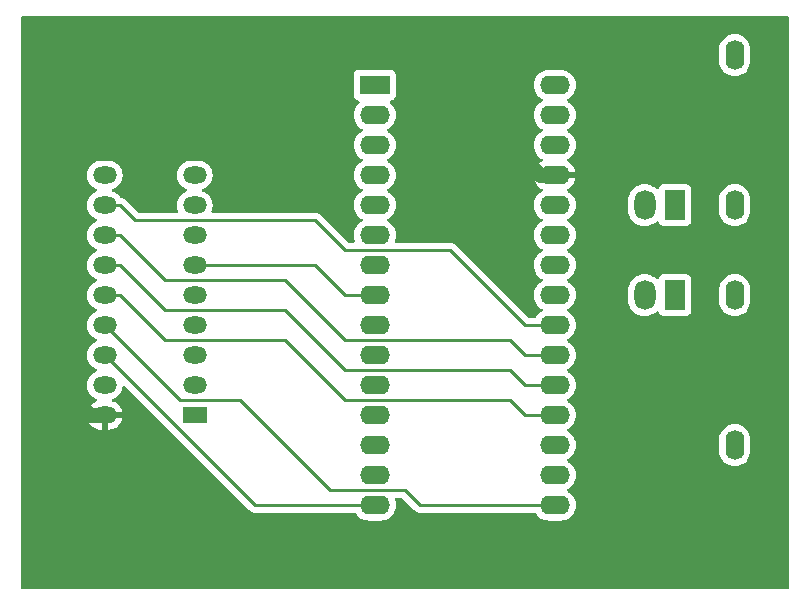
<source format=gtl>
G04 #@! TF.GenerationSoftware,KiCad,Pcbnew,6.0.2+dfsg-1*
G04 #@! TF.CreationDate,2025-06-03T01:46:33+02:00*
G04 #@! TF.ProjectId,ramtest2114,72616d74-6573-4743-9231-31342e6b6963,rev?*
G04 #@! TF.SameCoordinates,Original*
G04 #@! TF.FileFunction,Copper,L1,Top*
G04 #@! TF.FilePolarity,Positive*
%FSLAX46Y46*%
G04 Gerber Fmt 4.6, Leading zero omitted, Abs format (unit mm)*
G04 Created by KiCad (PCBNEW 6.0.2+dfsg-1) date 2025-06-03 01:46:33*
%MOMM*%
%LPD*%
G01*
G04 APERTURE LIST*
G04 #@! TA.AperFunction,ComponentPad*
%ADD10R,2.000000X1.440000*%
G04 #@! TD*
G04 #@! TA.AperFunction,ComponentPad*
%ADD11O,2.000000X1.440000*%
G04 #@! TD*
G04 #@! TA.AperFunction,ComponentPad*
%ADD12O,1.600000X2.540000*%
G04 #@! TD*
G04 #@! TA.AperFunction,ComponentPad*
%ADD13R,1.800000X2.540000*%
G04 #@! TD*
G04 #@! TA.AperFunction,ComponentPad*
%ADD14O,1.800000X2.540000*%
G04 #@! TD*
G04 #@! TA.AperFunction,ComponentPad*
%ADD15R,2.540000X1.600000*%
G04 #@! TD*
G04 #@! TA.AperFunction,ComponentPad*
%ADD16O,2.540000X1.600000*%
G04 #@! TD*
G04 #@! TA.AperFunction,Conductor*
%ADD17C,1.270000*%
G04 #@! TD*
G04 #@! TA.AperFunction,Conductor*
%ADD18C,0.250000*%
G04 #@! TD*
G04 APERTURE END LIST*
D10*
X50800000Y-86360000D03*
D11*
X50800000Y-83820000D03*
X50800000Y-81280000D03*
X50800000Y-78740000D03*
X50800000Y-76200000D03*
X50800000Y-73660000D03*
X50800000Y-71120000D03*
X50800000Y-68580000D03*
X50800000Y-66040000D03*
X43180000Y-66040000D03*
X43180000Y-68580000D03*
X43180000Y-71120000D03*
X43180000Y-73660000D03*
X43180000Y-76200000D03*
X43180000Y-78740000D03*
X43180000Y-81280000D03*
X43180000Y-83820000D03*
X43180000Y-86360000D03*
D12*
X96520000Y-76200000D03*
X96520000Y-88900000D03*
D13*
X91440000Y-76200000D03*
D14*
X88900000Y-76200000D03*
D12*
X96520000Y-68580000D03*
X96520000Y-55880000D03*
D15*
X66040000Y-58420000D03*
D16*
X66040000Y-60960000D03*
X66040000Y-63500000D03*
X66040000Y-66040000D03*
X66040000Y-68580000D03*
X66040000Y-71120000D03*
X66040000Y-73660000D03*
X66040000Y-76200000D03*
X66040000Y-78740000D03*
X66040000Y-81280000D03*
X66040000Y-83820000D03*
X66040000Y-86360000D03*
X66040000Y-88900000D03*
X66040000Y-91440000D03*
X66040000Y-93980000D03*
X81280000Y-93980000D03*
X81280000Y-91440000D03*
X81280000Y-88900000D03*
X81280000Y-86360000D03*
X81280000Y-83820000D03*
X81280000Y-81280000D03*
X81280000Y-78740000D03*
X81280000Y-76200000D03*
X81280000Y-73660000D03*
X81280000Y-71120000D03*
X81280000Y-68580000D03*
X81280000Y-66040000D03*
X81280000Y-63500000D03*
X81280000Y-60960000D03*
X81280000Y-58420000D03*
D13*
X91440000Y-68580000D03*
D14*
X88900000Y-68580000D03*
D17*
X40640000Y-57150000D02*
X40640000Y-85090000D01*
X69850000Y-55880000D02*
X41910000Y-55880000D01*
X40640000Y-85090000D02*
X41910000Y-86360000D01*
X41910000Y-55880000D02*
X40640000Y-57150000D01*
X41910000Y-86360000D02*
X43180000Y-86360000D01*
X80010000Y-66040000D02*
X69850000Y-55880000D01*
X81280000Y-66040000D02*
X80010000Y-66040000D01*
D18*
X63500000Y-76200000D02*
X60960000Y-73660000D01*
X60960000Y-73660000D02*
X50800000Y-73660000D01*
X66040000Y-76200000D02*
X63500000Y-76200000D01*
X66040000Y-93980000D02*
X55880000Y-93980000D01*
X55880000Y-93980000D02*
X43180000Y-81280000D01*
X68580000Y-92710000D02*
X62230000Y-92710000D01*
X62230000Y-92710000D02*
X54610000Y-85090000D01*
X69850000Y-93980000D02*
X68580000Y-92710000D01*
X49530000Y-85090000D02*
X43180000Y-78740000D01*
X54610000Y-85090000D02*
X49530000Y-85090000D01*
X81280000Y-93980000D02*
X69850000Y-93980000D01*
X44450000Y-76200000D02*
X48260000Y-80010000D01*
X48260000Y-80010000D02*
X58420000Y-80010000D01*
X58420000Y-80010000D02*
X63500000Y-85090000D01*
X77470000Y-85090000D02*
X78740000Y-86360000D01*
X43180000Y-76200000D02*
X44450000Y-76200000D01*
X63500000Y-85090000D02*
X77470000Y-85090000D01*
X78740000Y-86360000D02*
X81280000Y-86360000D01*
X58420000Y-77470000D02*
X63500000Y-82550000D01*
X63500000Y-82550000D02*
X77470000Y-82550000D01*
X77470000Y-82550000D02*
X78740000Y-83820000D01*
X78740000Y-83820000D02*
X81280000Y-83820000D01*
X43180000Y-73660000D02*
X44450000Y-73660000D01*
X44450000Y-73660000D02*
X48260000Y-77470000D01*
X48260000Y-77470000D02*
X58420000Y-77470000D01*
X63500000Y-80010000D02*
X58420000Y-74930000D01*
X81280000Y-81280000D02*
X78740000Y-81280000D01*
X58420000Y-74930000D02*
X48260000Y-74930000D01*
X78740000Y-81280000D02*
X77470000Y-80010000D01*
X77470000Y-80010000D02*
X63500000Y-80010000D01*
X44450000Y-71120000D02*
X43180000Y-71120000D01*
X48260000Y-74930000D02*
X44450000Y-71120000D01*
X44450000Y-68580000D02*
X45720000Y-69850000D01*
X43180000Y-68580000D02*
X44450000Y-68580000D01*
X60960000Y-69850000D02*
X63500000Y-72390000D01*
X45720000Y-69850000D02*
X60960000Y-69850000D01*
X72390000Y-72390000D02*
X78740000Y-78740000D01*
X63500000Y-72390000D02*
X72390000Y-72390000D01*
X78740000Y-78740000D02*
X81280000Y-78740000D01*
G04 #@! TA.AperFunction,Conductor*
G36*
X101034121Y-52598002D02*
G01*
X101080614Y-52651658D01*
X101092000Y-52704000D01*
X101092000Y-100966000D01*
X101071998Y-101034121D01*
X101018342Y-101080614D01*
X100966000Y-101092000D01*
X36194000Y-101092000D01*
X36125879Y-101071998D01*
X36079386Y-101018342D01*
X36068000Y-100966000D01*
X36068000Y-86625252D01*
X41696718Y-86625252D01*
X41756786Y-86820502D01*
X41761007Y-86830848D01*
X41856402Y-87015672D01*
X41862387Y-87025103D01*
X41989004Y-87190113D01*
X41996570Y-87198342D01*
X42150398Y-87338314D01*
X42159309Y-87345077D01*
X42335490Y-87455596D01*
X42345456Y-87460673D01*
X42538420Y-87538244D01*
X42549135Y-87541479D01*
X42753763Y-87583856D01*
X42762899Y-87585059D01*
X42812084Y-87587895D01*
X42815731Y-87588000D01*
X42907885Y-87588000D01*
X42923124Y-87583525D01*
X42924329Y-87582135D01*
X42926000Y-87574452D01*
X42926000Y-87569885D01*
X43434000Y-87569885D01*
X43438475Y-87585124D01*
X43439865Y-87586329D01*
X43447548Y-87588000D01*
X43512819Y-87588000D01*
X43518414Y-87587751D01*
X43672744Y-87573977D01*
X43683758Y-87571995D01*
X43884366Y-87517115D01*
X43894839Y-87513221D01*
X44082568Y-87423678D01*
X44092183Y-87417992D01*
X44261085Y-87296624D01*
X44269551Y-87289316D01*
X44414284Y-87139962D01*
X44421327Y-87131265D01*
X44537324Y-86958645D01*
X44542710Y-86948848D01*
X44626309Y-86758402D01*
X44629874Y-86747810D01*
X44657770Y-86631615D01*
X44657065Y-86617530D01*
X44648186Y-86614000D01*
X43452115Y-86614000D01*
X43436876Y-86618475D01*
X43435671Y-86619865D01*
X43434000Y-86627548D01*
X43434000Y-87569885D01*
X42926000Y-87569885D01*
X42926000Y-86632115D01*
X42921525Y-86616876D01*
X42920135Y-86615671D01*
X42912452Y-86614000D01*
X41711810Y-86614000D01*
X41697828Y-86618106D01*
X41696718Y-86625252D01*
X36068000Y-86625252D01*
X36068000Y-83858744D01*
X41667143Y-83858744D01*
X41693488Y-84076452D01*
X41757970Y-84286054D01*
X41760540Y-84291034D01*
X41760542Y-84291038D01*
X41853821Y-84471762D01*
X41858550Y-84480924D01*
X41992049Y-84654903D01*
X41996194Y-84658674D01*
X41996197Y-84658678D01*
X42096225Y-84749696D01*
X42154248Y-84802493D01*
X42340018Y-84919026D01*
X42345228Y-84921120D01*
X42345233Y-84921123D01*
X42469794Y-84971196D01*
X42525539Y-85015162D01*
X42548664Y-85082287D01*
X42531827Y-85151259D01*
X42480375Y-85200179D01*
X42466719Y-85206200D01*
X42465161Y-85206779D01*
X42277432Y-85296322D01*
X42267817Y-85302008D01*
X42098915Y-85423376D01*
X42090449Y-85430684D01*
X41945716Y-85580038D01*
X41938673Y-85588735D01*
X41822676Y-85761355D01*
X41817290Y-85771152D01*
X41733691Y-85961598D01*
X41730126Y-85972190D01*
X41702230Y-86088385D01*
X41702935Y-86102470D01*
X41711814Y-86106000D01*
X44648190Y-86106000D01*
X44662172Y-86101894D01*
X44663282Y-86094748D01*
X44603214Y-85899498D01*
X44598993Y-85889152D01*
X44503598Y-85704328D01*
X44497613Y-85694897D01*
X44370996Y-85529887D01*
X44363430Y-85521658D01*
X44209602Y-85381686D01*
X44200691Y-85374923D01*
X44024510Y-85264404D01*
X44014544Y-85259327D01*
X43890200Y-85209341D01*
X43834455Y-85165375D01*
X43811330Y-85098250D01*
X43828167Y-85029279D01*
X43879619Y-84980359D01*
X43888145Y-84976599D01*
X43889952Y-84976105D01*
X44087885Y-84881696D01*
X44265972Y-84753728D01*
X44418583Y-84596245D01*
X44540894Y-84414227D01*
X44629040Y-84213425D01*
X44680234Y-84000188D01*
X44681723Y-83974356D01*
X44705612Y-83907501D01*
X44761854Y-83864172D01*
X44832593Y-83858129D01*
X44896609Y-83892513D01*
X55376343Y-94372247D01*
X55383887Y-94380537D01*
X55388000Y-94387018D01*
X55393777Y-94392443D01*
X55437667Y-94433658D01*
X55440509Y-94436413D01*
X55460230Y-94456134D01*
X55463425Y-94458612D01*
X55472447Y-94466318D01*
X55504679Y-94496586D01*
X55511628Y-94500406D01*
X55522432Y-94506346D01*
X55538956Y-94517199D01*
X55554959Y-94529613D01*
X55595543Y-94547176D01*
X55606173Y-94552383D01*
X55644940Y-94573695D01*
X55652617Y-94575666D01*
X55652622Y-94575668D01*
X55664558Y-94578732D01*
X55683266Y-94585137D01*
X55701855Y-94593181D01*
X55709683Y-94594421D01*
X55709690Y-94594423D01*
X55745524Y-94600099D01*
X55757144Y-94602505D01*
X55792289Y-94611528D01*
X55799970Y-94613500D01*
X55820224Y-94613500D01*
X55839934Y-94615051D01*
X55859943Y-94618220D01*
X55867835Y-94617474D01*
X55903961Y-94614059D01*
X55915819Y-94613500D01*
X64350606Y-94613500D01*
X64418727Y-94633502D01*
X64453819Y-94667229D01*
X64563802Y-94824300D01*
X64725700Y-94986198D01*
X64730208Y-94989355D01*
X64730211Y-94989357D01*
X64808389Y-95044098D01*
X64913251Y-95117523D01*
X64918233Y-95119846D01*
X64918238Y-95119849D01*
X65115775Y-95211961D01*
X65120757Y-95214284D01*
X65126065Y-95215706D01*
X65126067Y-95215707D01*
X65336598Y-95272119D01*
X65336600Y-95272119D01*
X65341913Y-95273543D01*
X65441480Y-95282254D01*
X65510149Y-95288262D01*
X65510156Y-95288262D01*
X65512873Y-95288500D01*
X66567127Y-95288500D01*
X66569844Y-95288262D01*
X66569851Y-95288262D01*
X66638520Y-95282254D01*
X66738087Y-95273543D01*
X66743400Y-95272119D01*
X66743402Y-95272119D01*
X66953933Y-95215707D01*
X66953935Y-95215706D01*
X66959243Y-95214284D01*
X66964225Y-95211961D01*
X67161762Y-95119849D01*
X67161767Y-95119846D01*
X67166749Y-95117523D01*
X67271611Y-95044098D01*
X67349789Y-94989357D01*
X67349792Y-94989355D01*
X67354300Y-94986198D01*
X67516198Y-94824300D01*
X67647523Y-94636749D01*
X67649846Y-94631767D01*
X67649849Y-94631762D01*
X67741961Y-94434225D01*
X67741961Y-94434224D01*
X67744284Y-94429243D01*
X67803543Y-94208087D01*
X67823498Y-93980000D01*
X67803543Y-93751913D01*
X67744284Y-93530757D01*
X67740552Y-93522753D01*
X67740331Y-93521296D01*
X67740078Y-93520602D01*
X67740218Y-93520551D01*
X67729889Y-93452562D01*
X67758867Y-93387748D01*
X67818285Y-93348890D01*
X67854745Y-93343500D01*
X68265406Y-93343500D01*
X68333527Y-93363502D01*
X68354501Y-93380405D01*
X69346343Y-94372247D01*
X69353887Y-94380537D01*
X69358000Y-94387018D01*
X69363777Y-94392443D01*
X69407667Y-94433658D01*
X69410509Y-94436413D01*
X69430230Y-94456134D01*
X69433425Y-94458612D01*
X69442447Y-94466318D01*
X69474679Y-94496586D01*
X69481628Y-94500406D01*
X69492432Y-94506346D01*
X69508956Y-94517199D01*
X69524959Y-94529613D01*
X69565543Y-94547176D01*
X69576173Y-94552383D01*
X69614940Y-94573695D01*
X69622617Y-94575666D01*
X69622622Y-94575668D01*
X69634558Y-94578732D01*
X69653266Y-94585137D01*
X69671855Y-94593181D01*
X69679683Y-94594421D01*
X69679690Y-94594423D01*
X69715524Y-94600099D01*
X69727144Y-94602505D01*
X69762289Y-94611528D01*
X69769970Y-94613500D01*
X69790224Y-94613500D01*
X69809934Y-94615051D01*
X69829943Y-94618220D01*
X69837835Y-94617474D01*
X69873961Y-94614059D01*
X69885819Y-94613500D01*
X79590606Y-94613500D01*
X79658727Y-94633502D01*
X79693819Y-94667229D01*
X79803802Y-94824300D01*
X79965700Y-94986198D01*
X79970208Y-94989355D01*
X79970211Y-94989357D01*
X80048389Y-95044098D01*
X80153251Y-95117523D01*
X80158233Y-95119846D01*
X80158238Y-95119849D01*
X80355775Y-95211961D01*
X80360757Y-95214284D01*
X80366065Y-95215706D01*
X80366067Y-95215707D01*
X80576598Y-95272119D01*
X80576600Y-95272119D01*
X80581913Y-95273543D01*
X80681480Y-95282254D01*
X80750149Y-95288262D01*
X80750156Y-95288262D01*
X80752873Y-95288500D01*
X81807127Y-95288500D01*
X81809844Y-95288262D01*
X81809851Y-95288262D01*
X81878520Y-95282254D01*
X81978087Y-95273543D01*
X81983400Y-95272119D01*
X81983402Y-95272119D01*
X82193933Y-95215707D01*
X82193935Y-95215706D01*
X82199243Y-95214284D01*
X82204225Y-95211961D01*
X82401762Y-95119849D01*
X82401767Y-95119846D01*
X82406749Y-95117523D01*
X82511611Y-95044098D01*
X82589789Y-94989357D01*
X82589792Y-94989355D01*
X82594300Y-94986198D01*
X82756198Y-94824300D01*
X82887523Y-94636749D01*
X82889846Y-94631767D01*
X82889849Y-94631762D01*
X82981961Y-94434225D01*
X82981961Y-94434224D01*
X82984284Y-94429243D01*
X83043543Y-94208087D01*
X83063498Y-93980000D01*
X83043543Y-93751913D01*
X82984284Y-93530757D01*
X82979525Y-93520551D01*
X82889849Y-93328238D01*
X82889846Y-93328233D01*
X82887523Y-93323251D01*
X82794123Y-93189862D01*
X82759357Y-93140211D01*
X82759355Y-93140208D01*
X82756198Y-93135700D01*
X82594300Y-92973802D01*
X82589792Y-92970645D01*
X82589789Y-92970643D01*
X82511611Y-92915902D01*
X82406749Y-92842477D01*
X82401767Y-92840154D01*
X82401762Y-92840151D01*
X82367543Y-92824195D01*
X82314258Y-92777278D01*
X82294797Y-92709001D01*
X82315339Y-92641041D01*
X82367543Y-92595805D01*
X82401762Y-92579849D01*
X82401767Y-92579846D01*
X82406749Y-92577523D01*
X82511611Y-92504098D01*
X82589789Y-92449357D01*
X82589792Y-92449355D01*
X82594300Y-92446198D01*
X82756198Y-92284300D01*
X82793211Y-92231441D01*
X82834271Y-92172801D01*
X82887523Y-92096749D01*
X82889846Y-92091767D01*
X82889849Y-92091762D01*
X82981961Y-91894225D01*
X82981961Y-91894224D01*
X82984284Y-91889243D01*
X83043543Y-91668087D01*
X83063498Y-91440000D01*
X83043543Y-91211913D01*
X82984284Y-90990757D01*
X82981961Y-90985775D01*
X82889849Y-90788238D01*
X82889846Y-90788233D01*
X82887523Y-90783251D01*
X82756198Y-90595700D01*
X82594300Y-90433802D01*
X82589792Y-90430645D01*
X82589789Y-90430643D01*
X82506468Y-90372301D01*
X82406749Y-90302477D01*
X82401767Y-90300154D01*
X82401762Y-90300151D01*
X82367543Y-90284195D01*
X82314258Y-90237278D01*
X82294797Y-90169001D01*
X82315339Y-90101041D01*
X82367543Y-90055805D01*
X82401762Y-90039849D01*
X82401767Y-90039846D01*
X82406749Y-90037523D01*
X82511611Y-89964098D01*
X82589789Y-89909357D01*
X82589792Y-89909355D01*
X82594300Y-89906198D01*
X82756198Y-89744300D01*
X82887523Y-89556749D01*
X82889846Y-89551767D01*
X82889849Y-89551762D01*
X82947967Y-89427127D01*
X95211500Y-89427127D01*
X95226457Y-89598087D01*
X95285716Y-89819243D01*
X95288039Y-89824224D01*
X95288039Y-89824225D01*
X95380151Y-90021762D01*
X95380154Y-90021767D01*
X95382477Y-90026749D01*
X95513802Y-90214300D01*
X95675700Y-90376198D01*
X95680208Y-90379355D01*
X95680211Y-90379357D01*
X95753455Y-90430643D01*
X95863251Y-90507523D01*
X95868233Y-90509846D01*
X95868238Y-90509849D01*
X96043991Y-90591803D01*
X96070757Y-90604284D01*
X96076065Y-90605706D01*
X96076067Y-90605707D01*
X96286598Y-90662119D01*
X96286600Y-90662119D01*
X96291913Y-90663543D01*
X96520000Y-90683498D01*
X96748087Y-90663543D01*
X96753400Y-90662119D01*
X96753402Y-90662119D01*
X96963933Y-90605707D01*
X96963935Y-90605706D01*
X96969243Y-90604284D01*
X96996009Y-90591803D01*
X97171762Y-90509849D01*
X97171767Y-90509846D01*
X97176749Y-90507523D01*
X97286545Y-90430643D01*
X97359789Y-90379357D01*
X97359792Y-90379355D01*
X97364300Y-90376198D01*
X97526198Y-90214300D01*
X97657523Y-90026749D01*
X97659846Y-90021767D01*
X97659849Y-90021762D01*
X97751961Y-89824225D01*
X97751961Y-89824224D01*
X97754284Y-89819243D01*
X97813543Y-89598087D01*
X97828500Y-89427127D01*
X97828500Y-88372873D01*
X97813543Y-88201913D01*
X97754284Y-87980757D01*
X97715554Y-87897699D01*
X97659849Y-87778238D01*
X97659846Y-87778233D01*
X97657523Y-87773251D01*
X97556518Y-87629001D01*
X97529357Y-87590211D01*
X97529355Y-87590208D01*
X97526198Y-87585700D01*
X97364300Y-87423802D01*
X97359792Y-87420645D01*
X97359789Y-87420643D01*
X97235894Y-87333891D01*
X97176749Y-87292477D01*
X97171767Y-87290154D01*
X97171762Y-87290151D01*
X96974225Y-87198039D01*
X96974224Y-87198039D01*
X96969243Y-87195716D01*
X96963935Y-87194294D01*
X96963933Y-87194293D01*
X96753402Y-87137881D01*
X96753400Y-87137881D01*
X96748087Y-87136457D01*
X96520000Y-87116502D01*
X96291913Y-87136457D01*
X96286600Y-87137881D01*
X96286598Y-87137881D01*
X96076067Y-87194293D01*
X96076065Y-87194294D01*
X96070757Y-87195716D01*
X96065776Y-87198039D01*
X96065775Y-87198039D01*
X95868238Y-87290151D01*
X95868233Y-87290154D01*
X95863251Y-87292477D01*
X95804106Y-87333891D01*
X95680211Y-87420643D01*
X95680208Y-87420645D01*
X95675700Y-87423802D01*
X95513802Y-87585700D01*
X95510645Y-87590208D01*
X95510643Y-87590211D01*
X95483482Y-87629001D01*
X95382477Y-87773251D01*
X95380154Y-87778233D01*
X95380151Y-87778238D01*
X95324446Y-87897699D01*
X95285716Y-87980757D01*
X95226457Y-88201913D01*
X95211500Y-88372873D01*
X95211500Y-89427127D01*
X82947967Y-89427127D01*
X82981961Y-89354225D01*
X82981961Y-89354224D01*
X82984284Y-89349243D01*
X83043543Y-89128087D01*
X83063498Y-88900000D01*
X83043543Y-88671913D01*
X82984284Y-88450757D01*
X82949244Y-88375613D01*
X82889849Y-88248238D01*
X82889846Y-88248233D01*
X82887523Y-88243251D01*
X82756198Y-88055700D01*
X82594300Y-87893802D01*
X82589792Y-87890645D01*
X82589789Y-87890643D01*
X82465471Y-87803595D01*
X82406749Y-87762477D01*
X82401767Y-87760154D01*
X82401762Y-87760151D01*
X82367543Y-87744195D01*
X82314258Y-87697278D01*
X82294797Y-87629001D01*
X82315339Y-87561041D01*
X82367543Y-87515805D01*
X82401762Y-87499849D01*
X82401767Y-87499846D01*
X82406749Y-87497523D01*
X82520331Y-87417992D01*
X82589789Y-87369357D01*
X82589792Y-87369355D01*
X82594300Y-87366198D01*
X82756198Y-87204300D01*
X82887523Y-87016749D01*
X82889846Y-87011767D01*
X82889849Y-87011762D01*
X82981961Y-86814225D01*
X82981961Y-86814224D01*
X82984284Y-86809243D01*
X83032970Y-86627548D01*
X83042119Y-86593402D01*
X83042119Y-86593400D01*
X83043543Y-86588087D01*
X83063498Y-86360000D01*
X83043543Y-86131913D01*
X83035654Y-86102470D01*
X82985707Y-85916067D01*
X82985706Y-85916065D01*
X82984284Y-85910757D01*
X82979034Y-85899498D01*
X82889849Y-85708238D01*
X82889846Y-85708233D01*
X82887523Y-85703251D01*
X82793245Y-85568608D01*
X82759357Y-85520211D01*
X82759355Y-85520208D01*
X82756198Y-85515700D01*
X82594300Y-85353802D01*
X82589792Y-85350645D01*
X82589789Y-85350643D01*
X82511611Y-85295902D01*
X82406749Y-85222477D01*
X82401767Y-85220154D01*
X82401762Y-85220151D01*
X82367543Y-85204195D01*
X82314258Y-85157278D01*
X82294797Y-85089001D01*
X82315339Y-85021041D01*
X82367543Y-84975805D01*
X82401762Y-84959849D01*
X82401767Y-84959846D01*
X82406749Y-84957523D01*
X82519714Y-84878424D01*
X82589789Y-84829357D01*
X82589792Y-84829355D01*
X82594300Y-84826198D01*
X82756198Y-84664300D01*
X82793211Y-84611441D01*
X82834271Y-84552801D01*
X82887523Y-84476749D01*
X82889846Y-84471767D01*
X82889849Y-84471762D01*
X82981961Y-84274225D01*
X82981961Y-84274224D01*
X82984284Y-84269243D01*
X82999241Y-84213425D01*
X83042119Y-84053402D01*
X83042119Y-84053400D01*
X83043543Y-84048087D01*
X83063498Y-83820000D01*
X83043543Y-83591913D01*
X83000702Y-83432029D01*
X82985707Y-83376067D01*
X82985706Y-83376065D01*
X82984284Y-83370757D01*
X82974121Y-83348962D01*
X82889849Y-83168238D01*
X82889846Y-83168233D01*
X82887523Y-83163251D01*
X82793245Y-83028608D01*
X82759357Y-82980211D01*
X82759355Y-82980208D01*
X82756198Y-82975700D01*
X82594300Y-82813802D01*
X82589792Y-82810645D01*
X82589789Y-82810643D01*
X82511593Y-82755890D01*
X82406749Y-82682477D01*
X82401767Y-82680154D01*
X82401762Y-82680151D01*
X82367543Y-82664195D01*
X82314258Y-82617278D01*
X82294797Y-82549001D01*
X82315339Y-82481041D01*
X82367543Y-82435805D01*
X82401762Y-82419849D01*
X82401767Y-82419846D01*
X82406749Y-82417523D01*
X82519714Y-82338424D01*
X82589789Y-82289357D01*
X82589792Y-82289355D01*
X82594300Y-82286198D01*
X82756198Y-82124300D01*
X82793211Y-82071441D01*
X82834271Y-82012801D01*
X82887523Y-81936749D01*
X82889846Y-81931767D01*
X82889849Y-81931762D01*
X82981961Y-81734225D01*
X82981961Y-81734224D01*
X82984284Y-81729243D01*
X82999241Y-81673425D01*
X83042119Y-81513402D01*
X83042119Y-81513400D01*
X83043543Y-81508087D01*
X83063498Y-81280000D01*
X83043543Y-81051913D01*
X83000702Y-80892029D01*
X82985707Y-80836067D01*
X82985706Y-80836065D01*
X82984284Y-80830757D01*
X82976385Y-80813818D01*
X82889849Y-80628238D01*
X82889846Y-80628233D01*
X82887523Y-80623251D01*
X82795796Y-80492251D01*
X82759357Y-80440211D01*
X82759355Y-80440208D01*
X82756198Y-80435700D01*
X82594300Y-80273802D01*
X82589792Y-80270645D01*
X82589789Y-80270643D01*
X82511593Y-80215890D01*
X82406749Y-80142477D01*
X82401767Y-80140154D01*
X82401762Y-80140151D01*
X82367543Y-80124195D01*
X82314258Y-80077278D01*
X82294797Y-80009001D01*
X82315339Y-79941041D01*
X82367543Y-79895805D01*
X82401762Y-79879849D01*
X82401767Y-79879846D01*
X82406749Y-79877523D01*
X82511611Y-79804098D01*
X82589789Y-79749357D01*
X82589792Y-79749355D01*
X82594300Y-79746198D01*
X82756198Y-79584300D01*
X82793211Y-79531441D01*
X82834271Y-79472801D01*
X82887523Y-79396749D01*
X82889846Y-79391767D01*
X82889849Y-79391762D01*
X82981961Y-79194225D01*
X82981961Y-79194224D01*
X82984284Y-79189243D01*
X82999241Y-79133425D01*
X83042119Y-78973402D01*
X83042119Y-78973400D01*
X83043543Y-78968087D01*
X83063498Y-78740000D01*
X83043543Y-78511913D01*
X83000702Y-78352029D01*
X82985707Y-78296067D01*
X82985706Y-78296065D01*
X82984284Y-78290757D01*
X82974121Y-78268962D01*
X82889849Y-78088238D01*
X82889846Y-78088233D01*
X82887523Y-78083251D01*
X82793542Y-77949032D01*
X82759357Y-77900211D01*
X82759355Y-77900208D01*
X82756198Y-77895700D01*
X82594300Y-77733802D01*
X82589792Y-77730645D01*
X82589789Y-77730643D01*
X82474066Y-77649613D01*
X82406749Y-77602477D01*
X82401767Y-77600154D01*
X82401762Y-77600151D01*
X82367543Y-77584195D01*
X82314258Y-77537278D01*
X82294797Y-77469001D01*
X82315339Y-77401041D01*
X82367543Y-77355805D01*
X82401762Y-77339849D01*
X82401767Y-77339846D01*
X82406749Y-77337523D01*
X82528004Y-77252619D01*
X82589789Y-77209357D01*
X82589792Y-77209355D01*
X82594300Y-77206198D01*
X82756198Y-77044300D01*
X82793211Y-76991441D01*
X82834271Y-76932801D01*
X82887523Y-76856749D01*
X82889846Y-76851767D01*
X82889849Y-76851762D01*
X82981961Y-76654225D01*
X82981961Y-76654224D01*
X82984284Y-76649243D01*
X82989437Y-76630012D01*
X87491500Y-76630012D01*
X87506617Y-76808175D01*
X87507957Y-76813339D01*
X87507958Y-76813343D01*
X87560651Y-77016357D01*
X87566668Y-77039540D01*
X87568860Y-77044406D01*
X87639987Y-77202301D01*
X87664843Y-77257480D01*
X87667822Y-77261904D01*
X87667822Y-77261905D01*
X87687734Y-77291482D01*
X87798334Y-77455762D01*
X87802013Y-77459619D01*
X87802015Y-77459621D01*
X87870089Y-77530981D01*
X87963326Y-77628718D01*
X88155100Y-77771402D01*
X88159851Y-77773818D01*
X88159855Y-77773820D01*
X88362832Y-77877018D01*
X88368172Y-77879733D01*
X88451822Y-77905707D01*
X88591349Y-77949032D01*
X88591355Y-77949033D01*
X88596452Y-77950616D01*
X88723883Y-77967506D01*
X88828127Y-77981323D01*
X88828131Y-77981323D01*
X88833411Y-77982023D01*
X88838740Y-77981823D01*
X88838741Y-77981823D01*
X88937075Y-77978131D01*
X89072274Y-77973055D01*
X89171425Y-77952251D01*
X89300984Y-77925067D01*
X89300987Y-77925066D01*
X89306211Y-77923970D01*
X89528533Y-77836171D01*
X89732883Y-77712168D01*
X89863671Y-77598676D01*
X89928230Y-77569137D01*
X89998511Y-77579191D01*
X90052200Y-77625646D01*
X90064233Y-77649613D01*
X90086232Y-77708295D01*
X90089385Y-77716705D01*
X90176739Y-77833261D01*
X90293295Y-77920615D01*
X90429684Y-77971745D01*
X90491866Y-77978500D01*
X92388134Y-77978500D01*
X92450316Y-77971745D01*
X92586705Y-77920615D01*
X92703261Y-77833261D01*
X92790615Y-77716705D01*
X92841745Y-77580316D01*
X92848500Y-77518134D01*
X92848500Y-76727127D01*
X95211500Y-76727127D01*
X95211738Y-76729844D01*
X95211738Y-76729851D01*
X95215003Y-76767168D01*
X95226457Y-76898087D01*
X95227881Y-76903400D01*
X95227881Y-76903402D01*
X95283659Y-77111565D01*
X95285716Y-77119243D01*
X95288039Y-77124224D01*
X95288039Y-77124225D01*
X95380151Y-77321762D01*
X95380154Y-77321767D01*
X95382477Y-77326749D01*
X95513802Y-77514300D01*
X95675700Y-77676198D01*
X95680208Y-77679355D01*
X95680211Y-77679357D01*
X95721539Y-77708295D01*
X95863251Y-77807523D01*
X95868233Y-77809846D01*
X95868238Y-77809849D01*
X96043991Y-77891803D01*
X96070757Y-77904284D01*
X96076065Y-77905706D01*
X96076067Y-77905707D01*
X96286598Y-77962119D01*
X96286600Y-77962119D01*
X96291913Y-77963543D01*
X96520000Y-77983498D01*
X96748087Y-77963543D01*
X96753400Y-77962119D01*
X96753402Y-77962119D01*
X96963933Y-77905707D01*
X96963935Y-77905706D01*
X96969243Y-77904284D01*
X96996009Y-77891803D01*
X97171762Y-77809849D01*
X97171767Y-77809846D01*
X97176749Y-77807523D01*
X97318461Y-77708295D01*
X97359789Y-77679357D01*
X97359792Y-77679355D01*
X97364300Y-77676198D01*
X97526198Y-77514300D01*
X97657523Y-77326749D01*
X97659846Y-77321767D01*
X97659849Y-77321762D01*
X97751961Y-77124225D01*
X97751961Y-77124224D01*
X97754284Y-77119243D01*
X97756342Y-77111565D01*
X97812119Y-76903402D01*
X97812119Y-76903400D01*
X97813543Y-76898087D01*
X97824997Y-76767168D01*
X97828262Y-76729851D01*
X97828262Y-76729844D01*
X97828500Y-76727127D01*
X97828500Y-75672873D01*
X97826958Y-75655242D01*
X97819279Y-75567474D01*
X97813543Y-75501913D01*
X97804242Y-75467202D01*
X97755707Y-75286067D01*
X97755706Y-75286065D01*
X97754284Y-75280757D01*
X97731746Y-75232423D01*
X97659849Y-75078238D01*
X97659846Y-75078233D01*
X97657523Y-75073251D01*
X97526198Y-74885700D01*
X97364300Y-74723802D01*
X97359792Y-74720645D01*
X97359789Y-74720643D01*
X97276468Y-74662301D01*
X97176749Y-74592477D01*
X97171767Y-74590154D01*
X97171762Y-74590151D01*
X96974225Y-74498039D01*
X96974224Y-74498039D01*
X96969243Y-74495716D01*
X96963935Y-74494294D01*
X96963933Y-74494293D01*
X96753402Y-74437881D01*
X96753400Y-74437881D01*
X96748087Y-74436457D01*
X96520000Y-74416502D01*
X96291913Y-74436457D01*
X96286600Y-74437881D01*
X96286598Y-74437881D01*
X96076067Y-74494293D01*
X96076065Y-74494294D01*
X96070757Y-74495716D01*
X96065776Y-74498039D01*
X96065775Y-74498039D01*
X95868238Y-74590151D01*
X95868233Y-74590154D01*
X95863251Y-74592477D01*
X95763532Y-74662301D01*
X95680211Y-74720643D01*
X95680208Y-74720645D01*
X95675700Y-74723802D01*
X95513802Y-74885700D01*
X95382477Y-75073251D01*
X95380154Y-75078233D01*
X95380151Y-75078238D01*
X95308254Y-75232423D01*
X95285716Y-75280757D01*
X95284294Y-75286065D01*
X95284293Y-75286067D01*
X95235758Y-75467202D01*
X95226457Y-75501913D01*
X95220721Y-75567474D01*
X95213043Y-75655242D01*
X95211500Y-75672873D01*
X95211500Y-76727127D01*
X92848500Y-76727127D01*
X92848500Y-74881866D01*
X92841745Y-74819684D01*
X92790615Y-74683295D01*
X92703261Y-74566739D01*
X92586705Y-74479385D01*
X92450316Y-74428255D01*
X92388134Y-74421500D01*
X90491866Y-74421500D01*
X90429684Y-74428255D01*
X90293295Y-74479385D01*
X90176739Y-74566739D01*
X90089385Y-74683295D01*
X90086233Y-74691703D01*
X90086232Y-74691705D01*
X90064920Y-74748555D01*
X90022279Y-74805320D01*
X89955717Y-74830020D01*
X89886369Y-74814813D01*
X89855767Y-74791297D01*
X89840352Y-74775138D01*
X89836674Y-74771282D01*
X89644900Y-74628598D01*
X89640149Y-74626182D01*
X89640145Y-74626180D01*
X89436586Y-74522686D01*
X89436585Y-74522686D01*
X89431828Y-74520267D01*
X89289362Y-74476030D01*
X89208651Y-74450968D01*
X89208645Y-74450967D01*
X89203548Y-74449384D01*
X89065064Y-74431029D01*
X88971873Y-74418677D01*
X88971869Y-74418677D01*
X88966589Y-74417977D01*
X88961260Y-74418177D01*
X88961259Y-74418177D01*
X88863491Y-74421848D01*
X88727726Y-74426945D01*
X88640816Y-74445181D01*
X88499016Y-74474933D01*
X88499013Y-74474934D01*
X88493789Y-74476030D01*
X88271467Y-74563829D01*
X88067117Y-74687832D01*
X88063087Y-74691329D01*
X87890813Y-74840821D01*
X87886581Y-74844493D01*
X87883198Y-74848619D01*
X87883194Y-74848623D01*
X87804795Y-74944238D01*
X87735022Y-75029333D01*
X87732383Y-75033969D01*
X87732381Y-75033972D01*
X87674366Y-75135890D01*
X87616773Y-75237066D01*
X87535216Y-75461753D01*
X87534267Y-75467002D01*
X87534266Y-75467005D01*
X87493420Y-75692885D01*
X87493419Y-75692893D01*
X87492682Y-75696969D01*
X87491500Y-75722032D01*
X87491500Y-76630012D01*
X82989437Y-76630012D01*
X82999241Y-76593425D01*
X83042119Y-76433402D01*
X83042119Y-76433400D01*
X83043543Y-76428087D01*
X83063498Y-76200000D01*
X83043543Y-75971913D01*
X82999555Y-75807747D01*
X82985707Y-75756067D01*
X82985706Y-75756065D01*
X82984284Y-75750757D01*
X82971583Y-75723519D01*
X82889849Y-75548238D01*
X82889846Y-75548233D01*
X82887523Y-75543251D01*
X82795796Y-75412251D01*
X82759357Y-75360211D01*
X82759355Y-75360208D01*
X82756198Y-75355700D01*
X82594300Y-75193802D01*
X82589792Y-75190645D01*
X82589789Y-75190643D01*
X82511593Y-75135890D01*
X82406749Y-75062477D01*
X82401767Y-75060154D01*
X82401762Y-75060151D01*
X82367543Y-75044195D01*
X82314258Y-74997278D01*
X82294797Y-74929001D01*
X82315339Y-74861041D01*
X82367543Y-74815805D01*
X82401762Y-74799849D01*
X82401767Y-74799846D01*
X82406749Y-74797523D01*
X82519714Y-74718424D01*
X82589789Y-74669357D01*
X82589792Y-74669355D01*
X82594300Y-74666198D01*
X82756198Y-74504300D01*
X82769873Y-74484771D01*
X82842964Y-74380386D01*
X82887523Y-74316749D01*
X82889846Y-74311767D01*
X82889849Y-74311762D01*
X82981961Y-74114225D01*
X82981961Y-74114224D01*
X82984284Y-74109243D01*
X83043543Y-73888087D01*
X83063498Y-73660000D01*
X83043543Y-73431913D01*
X82999555Y-73267747D01*
X82985707Y-73216067D01*
X82985706Y-73216065D01*
X82984284Y-73210757D01*
X82970591Y-73181392D01*
X82889849Y-73008238D01*
X82889846Y-73008233D01*
X82887523Y-73003251D01*
X82793208Y-72868556D01*
X82759357Y-72820211D01*
X82759355Y-72820208D01*
X82756198Y-72815700D01*
X82594300Y-72653802D01*
X82589792Y-72650645D01*
X82589789Y-72650643D01*
X82511593Y-72595890D01*
X82406749Y-72522477D01*
X82401767Y-72520154D01*
X82401762Y-72520151D01*
X82367543Y-72504195D01*
X82314258Y-72457278D01*
X82294797Y-72389001D01*
X82315339Y-72321041D01*
X82367543Y-72275805D01*
X82401762Y-72259849D01*
X82401767Y-72259846D01*
X82406749Y-72257523D01*
X82519714Y-72178424D01*
X82589789Y-72129357D01*
X82589792Y-72129355D01*
X82594300Y-72126198D01*
X82756198Y-71964300D01*
X82793211Y-71911441D01*
X82834271Y-71852801D01*
X82887523Y-71776749D01*
X82889846Y-71771767D01*
X82889849Y-71771762D01*
X82981961Y-71574225D01*
X82981961Y-71574224D01*
X82984284Y-71569243D01*
X82999241Y-71513425D01*
X83042119Y-71353402D01*
X83042119Y-71353400D01*
X83043543Y-71348087D01*
X83063498Y-71120000D01*
X83043543Y-70891913D01*
X82999555Y-70727747D01*
X82985707Y-70676067D01*
X82985706Y-70676065D01*
X82984284Y-70670757D01*
X82970591Y-70641392D01*
X82889849Y-70468238D01*
X82889846Y-70468233D01*
X82887523Y-70463251D01*
X82793208Y-70328556D01*
X82759357Y-70280211D01*
X82759355Y-70280208D01*
X82756198Y-70275700D01*
X82594300Y-70113802D01*
X82589792Y-70110645D01*
X82589789Y-70110643D01*
X82474066Y-70029613D01*
X82406749Y-69982477D01*
X82401767Y-69980154D01*
X82401762Y-69980151D01*
X82367543Y-69964195D01*
X82314258Y-69917278D01*
X82294797Y-69849001D01*
X82315339Y-69781041D01*
X82367543Y-69735805D01*
X82401762Y-69719849D01*
X82401767Y-69719846D01*
X82406749Y-69717523D01*
X82528004Y-69632619D01*
X82589789Y-69589357D01*
X82589792Y-69589355D01*
X82594300Y-69586198D01*
X82756198Y-69424300D01*
X82793211Y-69371441D01*
X82834271Y-69312801D01*
X82887523Y-69236749D01*
X82889846Y-69231767D01*
X82889849Y-69231762D01*
X82981961Y-69034225D01*
X82981961Y-69034224D01*
X82984284Y-69029243D01*
X82989437Y-69010012D01*
X87491500Y-69010012D01*
X87506617Y-69188175D01*
X87507957Y-69193339D01*
X87507958Y-69193343D01*
X87560651Y-69396357D01*
X87566668Y-69419540D01*
X87568860Y-69424406D01*
X87639987Y-69582301D01*
X87664843Y-69637480D01*
X87667822Y-69641904D01*
X87667822Y-69641905D01*
X87687734Y-69671482D01*
X87798334Y-69835762D01*
X87802013Y-69839619D01*
X87802015Y-69839621D01*
X87870089Y-69910981D01*
X87963326Y-70008718D01*
X88155100Y-70151402D01*
X88159851Y-70153818D01*
X88159855Y-70153820D01*
X88362832Y-70257018D01*
X88368172Y-70259733D01*
X88451822Y-70285707D01*
X88591349Y-70329032D01*
X88591355Y-70329033D01*
X88596452Y-70330616D01*
X88723883Y-70347506D01*
X88828127Y-70361323D01*
X88828131Y-70361323D01*
X88833411Y-70362023D01*
X88838740Y-70361823D01*
X88838741Y-70361823D01*
X88937075Y-70358131D01*
X89072274Y-70353055D01*
X89171435Y-70332249D01*
X89300984Y-70305067D01*
X89300987Y-70305066D01*
X89306211Y-70303970D01*
X89528533Y-70216171D01*
X89732883Y-70092168D01*
X89863671Y-69978676D01*
X89928230Y-69949137D01*
X89998511Y-69959191D01*
X90052200Y-70005646D01*
X90064233Y-70029613D01*
X90086232Y-70088295D01*
X90089385Y-70096705D01*
X90176739Y-70213261D01*
X90293295Y-70300615D01*
X90429684Y-70351745D01*
X90491866Y-70358500D01*
X92388134Y-70358500D01*
X92450316Y-70351745D01*
X92586705Y-70300615D01*
X92703261Y-70213261D01*
X92790615Y-70096705D01*
X92841745Y-69960316D01*
X92848500Y-69898134D01*
X92848500Y-69107127D01*
X95211500Y-69107127D01*
X95211738Y-69109844D01*
X95211738Y-69109851D01*
X95217370Y-69174227D01*
X95226457Y-69278087D01*
X95227881Y-69283400D01*
X95227881Y-69283402D01*
X95283659Y-69491565D01*
X95285716Y-69499243D01*
X95288039Y-69504224D01*
X95288039Y-69504225D01*
X95380151Y-69701762D01*
X95380154Y-69701767D01*
X95382477Y-69706749D01*
X95513802Y-69894300D01*
X95675700Y-70056198D01*
X95680208Y-70059355D01*
X95680211Y-70059357D01*
X95721539Y-70088295D01*
X95863251Y-70187523D01*
X95868233Y-70189846D01*
X95868238Y-70189849D01*
X96043991Y-70271803D01*
X96070757Y-70284284D01*
X96076065Y-70285706D01*
X96076067Y-70285707D01*
X96286598Y-70342119D01*
X96286600Y-70342119D01*
X96291913Y-70343543D01*
X96520000Y-70363498D01*
X96748087Y-70343543D01*
X96753400Y-70342119D01*
X96753402Y-70342119D01*
X96963933Y-70285707D01*
X96963935Y-70285706D01*
X96969243Y-70284284D01*
X96996009Y-70271803D01*
X97171762Y-70189849D01*
X97171767Y-70189846D01*
X97176749Y-70187523D01*
X97318461Y-70088295D01*
X97359789Y-70059357D01*
X97359792Y-70059355D01*
X97364300Y-70056198D01*
X97526198Y-69894300D01*
X97657523Y-69706749D01*
X97659846Y-69701767D01*
X97659849Y-69701762D01*
X97751961Y-69504225D01*
X97751961Y-69504224D01*
X97754284Y-69499243D01*
X97756342Y-69491565D01*
X97812119Y-69283402D01*
X97812119Y-69283400D01*
X97813543Y-69278087D01*
X97822630Y-69174227D01*
X97828262Y-69109851D01*
X97828262Y-69109844D01*
X97828500Y-69107127D01*
X97828500Y-68052873D01*
X97826958Y-68035242D01*
X97819929Y-67954911D01*
X97813543Y-67881913D01*
X97812119Y-67876598D01*
X97755707Y-67666067D01*
X97755706Y-67666065D01*
X97754284Y-67660757D01*
X97731746Y-67612423D01*
X97659849Y-67458238D01*
X97659846Y-67458233D01*
X97657523Y-67453251D01*
X97551622Y-67302009D01*
X97529357Y-67270211D01*
X97529355Y-67270208D01*
X97526198Y-67265700D01*
X97364300Y-67103802D01*
X97359792Y-67100645D01*
X97359789Y-67100643D01*
X97275918Y-67041916D01*
X97176749Y-66972477D01*
X97171767Y-66970154D01*
X97171762Y-66970151D01*
X96974225Y-66878039D01*
X96974224Y-66878039D01*
X96969243Y-66875716D01*
X96963935Y-66874294D01*
X96963933Y-66874293D01*
X96753402Y-66817881D01*
X96753400Y-66817881D01*
X96748087Y-66816457D01*
X96520000Y-66796502D01*
X96291913Y-66816457D01*
X96286600Y-66817881D01*
X96286598Y-66817881D01*
X96076067Y-66874293D01*
X96076065Y-66874294D01*
X96070757Y-66875716D01*
X96065776Y-66878039D01*
X96065775Y-66878039D01*
X95868238Y-66970151D01*
X95868233Y-66970154D01*
X95863251Y-66972477D01*
X95764082Y-67041916D01*
X95680211Y-67100643D01*
X95680208Y-67100645D01*
X95675700Y-67103802D01*
X95513802Y-67265700D01*
X95510645Y-67270208D01*
X95510643Y-67270211D01*
X95488378Y-67302009D01*
X95382477Y-67453251D01*
X95380154Y-67458233D01*
X95380151Y-67458238D01*
X95308254Y-67612423D01*
X95285716Y-67660757D01*
X95284294Y-67666065D01*
X95284293Y-67666067D01*
X95227881Y-67876598D01*
X95226457Y-67881913D01*
X95220071Y-67954911D01*
X95213043Y-68035242D01*
X95211500Y-68052873D01*
X95211500Y-69107127D01*
X92848500Y-69107127D01*
X92848500Y-67261866D01*
X92841745Y-67199684D01*
X92790615Y-67063295D01*
X92703261Y-66946739D01*
X92586705Y-66859385D01*
X92450316Y-66808255D01*
X92388134Y-66801500D01*
X90491866Y-66801500D01*
X90429684Y-66808255D01*
X90293295Y-66859385D01*
X90176739Y-66946739D01*
X90089385Y-67063295D01*
X90086233Y-67071703D01*
X90086232Y-67071705D01*
X90064920Y-67128555D01*
X90022279Y-67185320D01*
X89955717Y-67210020D01*
X89886369Y-67194813D01*
X89855767Y-67171297D01*
X89840352Y-67155138D01*
X89836674Y-67151282D01*
X89644900Y-67008598D01*
X89640149Y-67006182D01*
X89640145Y-67006180D01*
X89436586Y-66902686D01*
X89436585Y-66902686D01*
X89431828Y-66900267D01*
X89289362Y-66856030D01*
X89208651Y-66830968D01*
X89208645Y-66830967D01*
X89203548Y-66829384D01*
X89065064Y-66811029D01*
X88971873Y-66798677D01*
X88971869Y-66798677D01*
X88966589Y-66797977D01*
X88961260Y-66798177D01*
X88961259Y-66798177D01*
X88863491Y-66801848D01*
X88727726Y-66806945D01*
X88640816Y-66825181D01*
X88499016Y-66854933D01*
X88499013Y-66854934D01*
X88493789Y-66856030D01*
X88271467Y-66943829D01*
X88067117Y-67067832D01*
X88063087Y-67071329D01*
X87890813Y-67220821D01*
X87886581Y-67224493D01*
X87883198Y-67228619D01*
X87883194Y-67228623D01*
X87804795Y-67324238D01*
X87735022Y-67409333D01*
X87732383Y-67413969D01*
X87732381Y-67413972D01*
X87674366Y-67515890D01*
X87616773Y-67617066D01*
X87535216Y-67841753D01*
X87534267Y-67847002D01*
X87534266Y-67847005D01*
X87493420Y-68072885D01*
X87493419Y-68072893D01*
X87492682Y-68076969D01*
X87491500Y-68102032D01*
X87491500Y-69010012D01*
X82989437Y-69010012D01*
X82999241Y-68973425D01*
X83042119Y-68813402D01*
X83042119Y-68813400D01*
X83043543Y-68808087D01*
X83063498Y-68580000D01*
X83043543Y-68351913D01*
X82999555Y-68187747D01*
X82985707Y-68136067D01*
X82985706Y-68136065D01*
X82984284Y-68130757D01*
X82971583Y-68103519D01*
X82889849Y-67928238D01*
X82889846Y-67928233D01*
X82887523Y-67923251D01*
X82756198Y-67735700D01*
X82594300Y-67573802D01*
X82589792Y-67570645D01*
X82589789Y-67570643D01*
X82511593Y-67515890D01*
X82406749Y-67442477D01*
X82401767Y-67440154D01*
X82401762Y-67440151D01*
X82366951Y-67423919D01*
X82313666Y-67377002D01*
X82294205Y-67308725D01*
X82314747Y-67240765D01*
X82366951Y-67195529D01*
X82401511Y-67179414D01*
X82411007Y-67173931D01*
X82589467Y-67048972D01*
X82597875Y-67041916D01*
X82751916Y-66887875D01*
X82758972Y-66879467D01*
X82883931Y-66701007D01*
X82889414Y-66691511D01*
X82981490Y-66494053D01*
X82985236Y-66483761D01*
X83031394Y-66311497D01*
X83031058Y-66297401D01*
X83023116Y-66294000D01*
X79542033Y-66294000D01*
X79528502Y-66297973D01*
X79527273Y-66306522D01*
X79574764Y-66483761D01*
X79578510Y-66494053D01*
X79670586Y-66691511D01*
X79676069Y-66701007D01*
X79801028Y-66879467D01*
X79808084Y-66887875D01*
X79962125Y-67041916D01*
X79970533Y-67048972D01*
X80148993Y-67173931D01*
X80158489Y-67179414D01*
X80193049Y-67195529D01*
X80246334Y-67242446D01*
X80265795Y-67310723D01*
X80245253Y-67378683D01*
X80193049Y-67423919D01*
X80158238Y-67440151D01*
X80158233Y-67440154D01*
X80153251Y-67442477D01*
X80048407Y-67515890D01*
X79970211Y-67570643D01*
X79970208Y-67570645D01*
X79965700Y-67573802D01*
X79803802Y-67735700D01*
X79672477Y-67923251D01*
X79670154Y-67928233D01*
X79670151Y-67928238D01*
X79588417Y-68103519D01*
X79575716Y-68130757D01*
X79574294Y-68136065D01*
X79574293Y-68136067D01*
X79560445Y-68187747D01*
X79516457Y-68351913D01*
X79496502Y-68580000D01*
X79516457Y-68808087D01*
X79517881Y-68813400D01*
X79517881Y-68813402D01*
X79560760Y-68973425D01*
X79575716Y-69029243D01*
X79578039Y-69034224D01*
X79578039Y-69034225D01*
X79670151Y-69231762D01*
X79670154Y-69231767D01*
X79672477Y-69236749D01*
X79725729Y-69312801D01*
X79766790Y-69371441D01*
X79803802Y-69424300D01*
X79965700Y-69586198D01*
X79970208Y-69589355D01*
X79970211Y-69589357D01*
X80031996Y-69632619D01*
X80153251Y-69717523D01*
X80158233Y-69719846D01*
X80158238Y-69719849D01*
X80192457Y-69735805D01*
X80245742Y-69782722D01*
X80265203Y-69850999D01*
X80244661Y-69918959D01*
X80192457Y-69964195D01*
X80158238Y-69980151D01*
X80158233Y-69980154D01*
X80153251Y-69982477D01*
X80085934Y-70029613D01*
X79970211Y-70110643D01*
X79970208Y-70110645D01*
X79965700Y-70113802D01*
X79803802Y-70275700D01*
X79800645Y-70280208D01*
X79800643Y-70280211D01*
X79766792Y-70328556D01*
X79672477Y-70463251D01*
X79670154Y-70468233D01*
X79670151Y-70468238D01*
X79589409Y-70641392D01*
X79575716Y-70670757D01*
X79574294Y-70676065D01*
X79574293Y-70676067D01*
X79560445Y-70727747D01*
X79516457Y-70891913D01*
X79496502Y-71120000D01*
X79516457Y-71348087D01*
X79517881Y-71353400D01*
X79517881Y-71353402D01*
X79560760Y-71513425D01*
X79575716Y-71569243D01*
X79578039Y-71574224D01*
X79578039Y-71574225D01*
X79670151Y-71771762D01*
X79670154Y-71771767D01*
X79672477Y-71776749D01*
X79725729Y-71852801D01*
X79766790Y-71911441D01*
X79803802Y-71964300D01*
X79965700Y-72126198D01*
X79970208Y-72129355D01*
X79970211Y-72129357D01*
X80040286Y-72178424D01*
X80153251Y-72257523D01*
X80158233Y-72259846D01*
X80158238Y-72259849D01*
X80192457Y-72275805D01*
X80245742Y-72322722D01*
X80265203Y-72390999D01*
X80244661Y-72458959D01*
X80192457Y-72504195D01*
X80158238Y-72520151D01*
X80158233Y-72520154D01*
X80153251Y-72522477D01*
X80048407Y-72595890D01*
X79970211Y-72650643D01*
X79970208Y-72650645D01*
X79965700Y-72653802D01*
X79803802Y-72815700D01*
X79800645Y-72820208D01*
X79800643Y-72820211D01*
X79766792Y-72868556D01*
X79672477Y-73003251D01*
X79670154Y-73008233D01*
X79670151Y-73008238D01*
X79589409Y-73181392D01*
X79575716Y-73210757D01*
X79574294Y-73216065D01*
X79574293Y-73216067D01*
X79560445Y-73267747D01*
X79516457Y-73431913D01*
X79496502Y-73660000D01*
X79516457Y-73888087D01*
X79575716Y-74109243D01*
X79578039Y-74114224D01*
X79578039Y-74114225D01*
X79670151Y-74311762D01*
X79670154Y-74311767D01*
X79672477Y-74316749D01*
X79717036Y-74380386D01*
X79790128Y-74484771D01*
X79803802Y-74504300D01*
X79965700Y-74666198D01*
X79970208Y-74669355D01*
X79970211Y-74669357D01*
X80040286Y-74718424D01*
X80153251Y-74797523D01*
X80158233Y-74799846D01*
X80158238Y-74799849D01*
X80192457Y-74815805D01*
X80245742Y-74862722D01*
X80265203Y-74930999D01*
X80244661Y-74998959D01*
X80192457Y-75044195D01*
X80158238Y-75060151D01*
X80158233Y-75060154D01*
X80153251Y-75062477D01*
X80048407Y-75135890D01*
X79970211Y-75190643D01*
X79970208Y-75190645D01*
X79965700Y-75193802D01*
X79803802Y-75355700D01*
X79800645Y-75360208D01*
X79800643Y-75360211D01*
X79764204Y-75412251D01*
X79672477Y-75543251D01*
X79670154Y-75548233D01*
X79670151Y-75548238D01*
X79588417Y-75723519D01*
X79575716Y-75750757D01*
X79574294Y-75756065D01*
X79574293Y-75756067D01*
X79560445Y-75807747D01*
X79516457Y-75971913D01*
X79496502Y-76200000D01*
X79516457Y-76428087D01*
X79517881Y-76433400D01*
X79517881Y-76433402D01*
X79560760Y-76593425D01*
X79575716Y-76649243D01*
X79578039Y-76654224D01*
X79578039Y-76654225D01*
X79670151Y-76851762D01*
X79670154Y-76851767D01*
X79672477Y-76856749D01*
X79725729Y-76932801D01*
X79766790Y-76991441D01*
X79803802Y-77044300D01*
X79965700Y-77206198D01*
X79970208Y-77209355D01*
X79970211Y-77209357D01*
X80031996Y-77252619D01*
X80153251Y-77337523D01*
X80158233Y-77339846D01*
X80158238Y-77339849D01*
X80192457Y-77355805D01*
X80245742Y-77402722D01*
X80265203Y-77470999D01*
X80244661Y-77538959D01*
X80192457Y-77584195D01*
X80158238Y-77600151D01*
X80158233Y-77600154D01*
X80153251Y-77602477D01*
X80085934Y-77649613D01*
X79970211Y-77730643D01*
X79970208Y-77730645D01*
X79965700Y-77733802D01*
X79803802Y-77895700D01*
X79800645Y-77900208D01*
X79800643Y-77900211D01*
X79693819Y-78052771D01*
X79638362Y-78097099D01*
X79590606Y-78106500D01*
X79054594Y-78106500D01*
X78986473Y-78086498D01*
X78965499Y-78069595D01*
X75942216Y-75046311D01*
X72893652Y-71997747D01*
X72886112Y-71989461D01*
X72882000Y-71982982D01*
X72866256Y-71968197D01*
X72832349Y-71936357D01*
X72829507Y-71933602D01*
X72809770Y-71913865D01*
X72806573Y-71911385D01*
X72797551Y-71903680D01*
X72793923Y-71900273D01*
X72765321Y-71873414D01*
X72758375Y-71869595D01*
X72758372Y-71869593D01*
X72747566Y-71863652D01*
X72731047Y-71852801D01*
X72730583Y-71852441D01*
X72715041Y-71840386D01*
X72707772Y-71837241D01*
X72707768Y-71837238D01*
X72674463Y-71822826D01*
X72663813Y-71817609D01*
X72625060Y-71796305D01*
X72605437Y-71791267D01*
X72586734Y-71784863D01*
X72575420Y-71779967D01*
X72575419Y-71779967D01*
X72568145Y-71776819D01*
X72560322Y-71775580D01*
X72560312Y-71775577D01*
X72524476Y-71769901D01*
X72512856Y-71767495D01*
X72477711Y-71758472D01*
X72477710Y-71758472D01*
X72470030Y-71756500D01*
X72449776Y-71756500D01*
X72430065Y-71754949D01*
X72417886Y-71753020D01*
X72410057Y-71751780D01*
X72402165Y-71752526D01*
X72366039Y-71755941D01*
X72354181Y-71756500D01*
X67854745Y-71756500D01*
X67786624Y-71736498D01*
X67740131Y-71682842D01*
X67730027Y-71612568D01*
X67740552Y-71577247D01*
X67741959Y-71574230D01*
X67741961Y-71574225D01*
X67744284Y-71569243D01*
X67759241Y-71513425D01*
X67802119Y-71353402D01*
X67802119Y-71353400D01*
X67803543Y-71348087D01*
X67823498Y-71120000D01*
X67803543Y-70891913D01*
X67759555Y-70727747D01*
X67745707Y-70676067D01*
X67745706Y-70676065D01*
X67744284Y-70670757D01*
X67730591Y-70641392D01*
X67649849Y-70468238D01*
X67649846Y-70468233D01*
X67647523Y-70463251D01*
X67553208Y-70328556D01*
X67519357Y-70280211D01*
X67519355Y-70280208D01*
X67516198Y-70275700D01*
X67354300Y-70113802D01*
X67349792Y-70110645D01*
X67349789Y-70110643D01*
X67234066Y-70029613D01*
X67166749Y-69982477D01*
X67161767Y-69980154D01*
X67161762Y-69980151D01*
X67127543Y-69964195D01*
X67074258Y-69917278D01*
X67054797Y-69849001D01*
X67075339Y-69781041D01*
X67127543Y-69735805D01*
X67161762Y-69719849D01*
X67161767Y-69719846D01*
X67166749Y-69717523D01*
X67288004Y-69632619D01*
X67349789Y-69589357D01*
X67349792Y-69589355D01*
X67354300Y-69586198D01*
X67516198Y-69424300D01*
X67553211Y-69371441D01*
X67594271Y-69312801D01*
X67647523Y-69236749D01*
X67649846Y-69231767D01*
X67649849Y-69231762D01*
X67741961Y-69034225D01*
X67741961Y-69034224D01*
X67744284Y-69029243D01*
X67759241Y-68973425D01*
X67802119Y-68813402D01*
X67802119Y-68813400D01*
X67803543Y-68808087D01*
X67823498Y-68580000D01*
X67803543Y-68351913D01*
X67759555Y-68187747D01*
X67745707Y-68136067D01*
X67745706Y-68136065D01*
X67744284Y-68130757D01*
X67731583Y-68103519D01*
X67649849Y-67928238D01*
X67649846Y-67928233D01*
X67647523Y-67923251D01*
X67516198Y-67735700D01*
X67354300Y-67573802D01*
X67349792Y-67570645D01*
X67349789Y-67570643D01*
X67271593Y-67515890D01*
X67166749Y-67442477D01*
X67161767Y-67440154D01*
X67161762Y-67440151D01*
X67127543Y-67424195D01*
X67074258Y-67377278D01*
X67054797Y-67309001D01*
X67075339Y-67241041D01*
X67127543Y-67195805D01*
X67161762Y-67179849D01*
X67161767Y-67179846D01*
X67166749Y-67177523D01*
X67279714Y-67098424D01*
X67349789Y-67049357D01*
X67349792Y-67049355D01*
X67354300Y-67046198D01*
X67516198Y-66884300D01*
X67529873Y-66864771D01*
X67577675Y-66796502D01*
X67647523Y-66696749D01*
X67649846Y-66691767D01*
X67649849Y-66691762D01*
X67741961Y-66494225D01*
X67741961Y-66494224D01*
X67744284Y-66489243D01*
X67759241Y-66433425D01*
X67802119Y-66273402D01*
X67802119Y-66273400D01*
X67803543Y-66268087D01*
X67823498Y-66040000D01*
X67803543Y-65811913D01*
X67760702Y-65652029D01*
X67745707Y-65596067D01*
X67745706Y-65596065D01*
X67744284Y-65590757D01*
X67679078Y-65450921D01*
X67649849Y-65388238D01*
X67649846Y-65388233D01*
X67647523Y-65383251D01*
X67516198Y-65195700D01*
X67354300Y-65033802D01*
X67349792Y-65030645D01*
X67349789Y-65030643D01*
X67271593Y-64975890D01*
X67166749Y-64902477D01*
X67161767Y-64900154D01*
X67161762Y-64900151D01*
X67127543Y-64884195D01*
X67074258Y-64837278D01*
X67054797Y-64769001D01*
X67075339Y-64701041D01*
X67127543Y-64655805D01*
X67161762Y-64639849D01*
X67161767Y-64639846D01*
X67166749Y-64637523D01*
X67271611Y-64564098D01*
X67349789Y-64509357D01*
X67349792Y-64509355D01*
X67354300Y-64506198D01*
X67516198Y-64344300D01*
X67647523Y-64156749D01*
X67649846Y-64151767D01*
X67649849Y-64151762D01*
X67741961Y-63954225D01*
X67741961Y-63954224D01*
X67744284Y-63949243D01*
X67803543Y-63728087D01*
X67823498Y-63500000D01*
X79496502Y-63500000D01*
X79516457Y-63728087D01*
X79575716Y-63949243D01*
X79578039Y-63954224D01*
X79578039Y-63954225D01*
X79670151Y-64151762D01*
X79670154Y-64151767D01*
X79672477Y-64156749D01*
X79803802Y-64344300D01*
X79965700Y-64506198D01*
X79970208Y-64509355D01*
X79970211Y-64509357D01*
X80048389Y-64564098D01*
X80153251Y-64637523D01*
X80158233Y-64639846D01*
X80158238Y-64639849D01*
X80193049Y-64656081D01*
X80246334Y-64702998D01*
X80265795Y-64771275D01*
X80245253Y-64839235D01*
X80193049Y-64884471D01*
X80158489Y-64900586D01*
X80148993Y-64906069D01*
X79970533Y-65031028D01*
X79962125Y-65038084D01*
X79808084Y-65192125D01*
X79801028Y-65200533D01*
X79676069Y-65378993D01*
X79670586Y-65388489D01*
X79578510Y-65585947D01*
X79574764Y-65596239D01*
X79528606Y-65768503D01*
X79528942Y-65782599D01*
X79536884Y-65786000D01*
X83017967Y-65786000D01*
X83031498Y-65782027D01*
X83032727Y-65773478D01*
X82985236Y-65596239D01*
X82981490Y-65585947D01*
X82889414Y-65388489D01*
X82883931Y-65378993D01*
X82758972Y-65200533D01*
X82751916Y-65192125D01*
X82597875Y-65038084D01*
X82589467Y-65031028D01*
X82411007Y-64906069D01*
X82401511Y-64900586D01*
X82366951Y-64884471D01*
X82313666Y-64837554D01*
X82294205Y-64769277D01*
X82314747Y-64701317D01*
X82366951Y-64656081D01*
X82401762Y-64639849D01*
X82401767Y-64639846D01*
X82406749Y-64637523D01*
X82511611Y-64564098D01*
X82589789Y-64509357D01*
X82589792Y-64509355D01*
X82594300Y-64506198D01*
X82756198Y-64344300D01*
X82887523Y-64156749D01*
X82889846Y-64151767D01*
X82889849Y-64151762D01*
X82981961Y-63954225D01*
X82981961Y-63954224D01*
X82984284Y-63949243D01*
X83043543Y-63728087D01*
X83063498Y-63500000D01*
X83043543Y-63271913D01*
X82984284Y-63050757D01*
X82981961Y-63045775D01*
X82889849Y-62848238D01*
X82889846Y-62848233D01*
X82887523Y-62843251D01*
X82756198Y-62655700D01*
X82594300Y-62493802D01*
X82589792Y-62490645D01*
X82589789Y-62490643D01*
X82511611Y-62435902D01*
X82406749Y-62362477D01*
X82401767Y-62360154D01*
X82401762Y-62360151D01*
X82367543Y-62344195D01*
X82314258Y-62297278D01*
X82294797Y-62229001D01*
X82315339Y-62161041D01*
X82367543Y-62115805D01*
X82401762Y-62099849D01*
X82401767Y-62099846D01*
X82406749Y-62097523D01*
X82511611Y-62024098D01*
X82589789Y-61969357D01*
X82589792Y-61969355D01*
X82594300Y-61966198D01*
X82756198Y-61804300D01*
X82887523Y-61616749D01*
X82889846Y-61611767D01*
X82889849Y-61611762D01*
X82981961Y-61414225D01*
X82981961Y-61414224D01*
X82984284Y-61409243D01*
X83043543Y-61188087D01*
X83063498Y-60960000D01*
X83043543Y-60731913D01*
X82984284Y-60510757D01*
X82981961Y-60505775D01*
X82889849Y-60308238D01*
X82889846Y-60308233D01*
X82887523Y-60303251D01*
X82756198Y-60115700D01*
X82594300Y-59953802D01*
X82589792Y-59950645D01*
X82589789Y-59950643D01*
X82511611Y-59895902D01*
X82406749Y-59822477D01*
X82401767Y-59820154D01*
X82401762Y-59820151D01*
X82367543Y-59804195D01*
X82314258Y-59757278D01*
X82294797Y-59689001D01*
X82315339Y-59621041D01*
X82367543Y-59575805D01*
X82401762Y-59559849D01*
X82401767Y-59559846D01*
X82406749Y-59557523D01*
X82548458Y-59458297D01*
X82589789Y-59429357D01*
X82589792Y-59429355D01*
X82594300Y-59426198D01*
X82756198Y-59264300D01*
X82887523Y-59076749D01*
X82889846Y-59071767D01*
X82889849Y-59071762D01*
X82981961Y-58874225D01*
X82981961Y-58874224D01*
X82984284Y-58869243D01*
X83043543Y-58648087D01*
X83063498Y-58420000D01*
X83043543Y-58191913D01*
X82984284Y-57970757D01*
X82981961Y-57965775D01*
X82889849Y-57768238D01*
X82889846Y-57768233D01*
X82887523Y-57763251D01*
X82756198Y-57575700D01*
X82594300Y-57413802D01*
X82589792Y-57410645D01*
X82589789Y-57410643D01*
X82506468Y-57352301D01*
X82406749Y-57282477D01*
X82401767Y-57280154D01*
X82401762Y-57280151D01*
X82204225Y-57188039D01*
X82204224Y-57188039D01*
X82199243Y-57185716D01*
X82193935Y-57184294D01*
X82193933Y-57184293D01*
X81983402Y-57127881D01*
X81983400Y-57127881D01*
X81978087Y-57126457D01*
X81878520Y-57117746D01*
X81809851Y-57111738D01*
X81809844Y-57111738D01*
X81807127Y-57111500D01*
X80752873Y-57111500D01*
X80750156Y-57111738D01*
X80750149Y-57111738D01*
X80681480Y-57117746D01*
X80581913Y-57126457D01*
X80576600Y-57127881D01*
X80576598Y-57127881D01*
X80366067Y-57184293D01*
X80366065Y-57184294D01*
X80360757Y-57185716D01*
X80355776Y-57188039D01*
X80355775Y-57188039D01*
X80158238Y-57280151D01*
X80158233Y-57280154D01*
X80153251Y-57282477D01*
X80053532Y-57352301D01*
X79970211Y-57410643D01*
X79970208Y-57410645D01*
X79965700Y-57413802D01*
X79803802Y-57575700D01*
X79672477Y-57763251D01*
X79670154Y-57768233D01*
X79670151Y-57768238D01*
X79578039Y-57965775D01*
X79575716Y-57970757D01*
X79516457Y-58191913D01*
X79496502Y-58420000D01*
X79516457Y-58648087D01*
X79575716Y-58869243D01*
X79578039Y-58874224D01*
X79578039Y-58874225D01*
X79670151Y-59071762D01*
X79670154Y-59071767D01*
X79672477Y-59076749D01*
X79803802Y-59264300D01*
X79965700Y-59426198D01*
X79970208Y-59429355D01*
X79970211Y-59429357D01*
X80011542Y-59458297D01*
X80153251Y-59557523D01*
X80158233Y-59559846D01*
X80158238Y-59559849D01*
X80192457Y-59575805D01*
X80245742Y-59622722D01*
X80265203Y-59690999D01*
X80244661Y-59758959D01*
X80192457Y-59804195D01*
X80158238Y-59820151D01*
X80158233Y-59820154D01*
X80153251Y-59822477D01*
X80048389Y-59895902D01*
X79970211Y-59950643D01*
X79970208Y-59950645D01*
X79965700Y-59953802D01*
X79803802Y-60115700D01*
X79672477Y-60303251D01*
X79670154Y-60308233D01*
X79670151Y-60308238D01*
X79578039Y-60505775D01*
X79575716Y-60510757D01*
X79516457Y-60731913D01*
X79496502Y-60960000D01*
X79516457Y-61188087D01*
X79575716Y-61409243D01*
X79578039Y-61414224D01*
X79578039Y-61414225D01*
X79670151Y-61611762D01*
X79670154Y-61611767D01*
X79672477Y-61616749D01*
X79803802Y-61804300D01*
X79965700Y-61966198D01*
X79970208Y-61969355D01*
X79970211Y-61969357D01*
X80048389Y-62024098D01*
X80153251Y-62097523D01*
X80158233Y-62099846D01*
X80158238Y-62099849D01*
X80192457Y-62115805D01*
X80245742Y-62162722D01*
X80265203Y-62230999D01*
X80244661Y-62298959D01*
X80192457Y-62344195D01*
X80158238Y-62360151D01*
X80158233Y-62360154D01*
X80153251Y-62362477D01*
X80048389Y-62435902D01*
X79970211Y-62490643D01*
X79970208Y-62490645D01*
X79965700Y-62493802D01*
X79803802Y-62655700D01*
X79672477Y-62843251D01*
X79670154Y-62848233D01*
X79670151Y-62848238D01*
X79578039Y-63045775D01*
X79575716Y-63050757D01*
X79516457Y-63271913D01*
X79496502Y-63500000D01*
X67823498Y-63500000D01*
X67803543Y-63271913D01*
X67744284Y-63050757D01*
X67741961Y-63045775D01*
X67649849Y-62848238D01*
X67649846Y-62848233D01*
X67647523Y-62843251D01*
X67516198Y-62655700D01*
X67354300Y-62493802D01*
X67349792Y-62490645D01*
X67349789Y-62490643D01*
X67271611Y-62435902D01*
X67166749Y-62362477D01*
X67161767Y-62360154D01*
X67161762Y-62360151D01*
X67127543Y-62344195D01*
X67074258Y-62297278D01*
X67054797Y-62229001D01*
X67075339Y-62161041D01*
X67127543Y-62115805D01*
X67161762Y-62099849D01*
X67161767Y-62099846D01*
X67166749Y-62097523D01*
X67271611Y-62024098D01*
X67349789Y-61969357D01*
X67349792Y-61969355D01*
X67354300Y-61966198D01*
X67516198Y-61804300D01*
X67647523Y-61616749D01*
X67649846Y-61611767D01*
X67649849Y-61611762D01*
X67741961Y-61414225D01*
X67741961Y-61414224D01*
X67744284Y-61409243D01*
X67803543Y-61188087D01*
X67823498Y-60960000D01*
X67803543Y-60731913D01*
X67744284Y-60510757D01*
X67741961Y-60505775D01*
X67649849Y-60308238D01*
X67649846Y-60308233D01*
X67647523Y-60303251D01*
X67516198Y-60115700D01*
X67354300Y-59953802D01*
X67349789Y-59950643D01*
X67345576Y-59947108D01*
X67346527Y-59945974D01*
X67306529Y-59895929D01*
X67299224Y-59825310D01*
X67331258Y-59761951D01*
X67392462Y-59725970D01*
X67409517Y-59722918D01*
X67420316Y-59721745D01*
X67556705Y-59670615D01*
X67673261Y-59583261D01*
X67760615Y-59466705D01*
X67811745Y-59330316D01*
X67818500Y-59268134D01*
X67818500Y-57571866D01*
X67811745Y-57509684D01*
X67760615Y-57373295D01*
X67673261Y-57256739D01*
X67556705Y-57169385D01*
X67420316Y-57118255D01*
X67358134Y-57111500D01*
X64721866Y-57111500D01*
X64659684Y-57118255D01*
X64523295Y-57169385D01*
X64406739Y-57256739D01*
X64319385Y-57373295D01*
X64268255Y-57509684D01*
X64261500Y-57571866D01*
X64261500Y-59268134D01*
X64268255Y-59330316D01*
X64319385Y-59466705D01*
X64406739Y-59583261D01*
X64523295Y-59670615D01*
X64659684Y-59721745D01*
X64670474Y-59722917D01*
X64672606Y-59723803D01*
X64675222Y-59724425D01*
X64675121Y-59724848D01*
X64736035Y-59750155D01*
X64776463Y-59808517D01*
X64778922Y-59879471D01*
X64742629Y-59940490D01*
X64733969Y-59947489D01*
X64730207Y-59950646D01*
X64725700Y-59953802D01*
X64563802Y-60115700D01*
X64432477Y-60303251D01*
X64430154Y-60308233D01*
X64430151Y-60308238D01*
X64338039Y-60505775D01*
X64335716Y-60510757D01*
X64276457Y-60731913D01*
X64256502Y-60960000D01*
X64276457Y-61188087D01*
X64335716Y-61409243D01*
X64338039Y-61414224D01*
X64338039Y-61414225D01*
X64430151Y-61611762D01*
X64430154Y-61611767D01*
X64432477Y-61616749D01*
X64563802Y-61804300D01*
X64725700Y-61966198D01*
X64730208Y-61969355D01*
X64730211Y-61969357D01*
X64808389Y-62024098D01*
X64913251Y-62097523D01*
X64918233Y-62099846D01*
X64918238Y-62099849D01*
X64952457Y-62115805D01*
X65005742Y-62162722D01*
X65025203Y-62230999D01*
X65004661Y-62298959D01*
X64952457Y-62344195D01*
X64918238Y-62360151D01*
X64918233Y-62360154D01*
X64913251Y-62362477D01*
X64808389Y-62435902D01*
X64730211Y-62490643D01*
X64730208Y-62490645D01*
X64725700Y-62493802D01*
X64563802Y-62655700D01*
X64432477Y-62843251D01*
X64430154Y-62848233D01*
X64430151Y-62848238D01*
X64338039Y-63045775D01*
X64335716Y-63050757D01*
X64276457Y-63271913D01*
X64256502Y-63500000D01*
X64276457Y-63728087D01*
X64335716Y-63949243D01*
X64338039Y-63954224D01*
X64338039Y-63954225D01*
X64430151Y-64151762D01*
X64430154Y-64151767D01*
X64432477Y-64156749D01*
X64563802Y-64344300D01*
X64725700Y-64506198D01*
X64730208Y-64509355D01*
X64730211Y-64509357D01*
X64808389Y-64564098D01*
X64913251Y-64637523D01*
X64918233Y-64639846D01*
X64918238Y-64639849D01*
X64952457Y-64655805D01*
X65005742Y-64702722D01*
X65025203Y-64770999D01*
X65004661Y-64838959D01*
X64952457Y-64884195D01*
X64918238Y-64900151D01*
X64918233Y-64900154D01*
X64913251Y-64902477D01*
X64808407Y-64975890D01*
X64730211Y-65030643D01*
X64730208Y-65030645D01*
X64725700Y-65033802D01*
X64563802Y-65195700D01*
X64432477Y-65383251D01*
X64430154Y-65388233D01*
X64430151Y-65388238D01*
X64400922Y-65450921D01*
X64335716Y-65590757D01*
X64334294Y-65596065D01*
X64334293Y-65596067D01*
X64319298Y-65652029D01*
X64276457Y-65811913D01*
X64256502Y-66040000D01*
X64276457Y-66268087D01*
X64277881Y-66273400D01*
X64277881Y-66273402D01*
X64320760Y-66433425D01*
X64335716Y-66489243D01*
X64338039Y-66494224D01*
X64338039Y-66494225D01*
X64430151Y-66691762D01*
X64430154Y-66691767D01*
X64432477Y-66696749D01*
X64502325Y-66796502D01*
X64550128Y-66864771D01*
X64563802Y-66884300D01*
X64725700Y-67046198D01*
X64730208Y-67049355D01*
X64730211Y-67049357D01*
X64800286Y-67098424D01*
X64913251Y-67177523D01*
X64918233Y-67179846D01*
X64918238Y-67179849D01*
X64952457Y-67195805D01*
X65005742Y-67242722D01*
X65025203Y-67310999D01*
X65004661Y-67378959D01*
X64952457Y-67424195D01*
X64918238Y-67440151D01*
X64918233Y-67440154D01*
X64913251Y-67442477D01*
X64808407Y-67515890D01*
X64730211Y-67570643D01*
X64730208Y-67570645D01*
X64725700Y-67573802D01*
X64563802Y-67735700D01*
X64432477Y-67923251D01*
X64430154Y-67928233D01*
X64430151Y-67928238D01*
X64348417Y-68103519D01*
X64335716Y-68130757D01*
X64334294Y-68136065D01*
X64334293Y-68136067D01*
X64320445Y-68187747D01*
X64276457Y-68351913D01*
X64256502Y-68580000D01*
X64276457Y-68808087D01*
X64277881Y-68813400D01*
X64277881Y-68813402D01*
X64320760Y-68973425D01*
X64335716Y-69029243D01*
X64338039Y-69034224D01*
X64338039Y-69034225D01*
X64430151Y-69231762D01*
X64430154Y-69231767D01*
X64432477Y-69236749D01*
X64485729Y-69312801D01*
X64526790Y-69371441D01*
X64563802Y-69424300D01*
X64725700Y-69586198D01*
X64730208Y-69589355D01*
X64730211Y-69589357D01*
X64791996Y-69632619D01*
X64913251Y-69717523D01*
X64918233Y-69719846D01*
X64918238Y-69719849D01*
X64952457Y-69735805D01*
X65005742Y-69782722D01*
X65025203Y-69850999D01*
X65004661Y-69918959D01*
X64952457Y-69964195D01*
X64918238Y-69980151D01*
X64918233Y-69980154D01*
X64913251Y-69982477D01*
X64845934Y-70029613D01*
X64730211Y-70110643D01*
X64730208Y-70110645D01*
X64725700Y-70113802D01*
X64563802Y-70275700D01*
X64560645Y-70280208D01*
X64560643Y-70280211D01*
X64526792Y-70328556D01*
X64432477Y-70463251D01*
X64430154Y-70468233D01*
X64430151Y-70468238D01*
X64349409Y-70641392D01*
X64335716Y-70670757D01*
X64334294Y-70676065D01*
X64334293Y-70676067D01*
X64320445Y-70727747D01*
X64276457Y-70891913D01*
X64256502Y-71120000D01*
X64276457Y-71348087D01*
X64277881Y-71353400D01*
X64277881Y-71353402D01*
X64320760Y-71513425D01*
X64335716Y-71569243D01*
X64338039Y-71574225D01*
X64338041Y-71574230D01*
X64339448Y-71577247D01*
X64339669Y-71578704D01*
X64339922Y-71579398D01*
X64339782Y-71579449D01*
X64350111Y-71647438D01*
X64321133Y-71712252D01*
X64261715Y-71751110D01*
X64225255Y-71756500D01*
X63814595Y-71756500D01*
X63746474Y-71736498D01*
X63725500Y-71719595D01*
X61463652Y-69457747D01*
X61456112Y-69449461D01*
X61452000Y-69442982D01*
X61436256Y-69428197D01*
X61402349Y-69396357D01*
X61399507Y-69393602D01*
X61379770Y-69373865D01*
X61376573Y-69371385D01*
X61367551Y-69363680D01*
X61341100Y-69338841D01*
X61335321Y-69333414D01*
X61328375Y-69329595D01*
X61328372Y-69329593D01*
X61317566Y-69323652D01*
X61301047Y-69312801D01*
X61300583Y-69312441D01*
X61285041Y-69300386D01*
X61277772Y-69297241D01*
X61277768Y-69297238D01*
X61244463Y-69282826D01*
X61233813Y-69277609D01*
X61195060Y-69256305D01*
X61175437Y-69251267D01*
X61156734Y-69244863D01*
X61145420Y-69239967D01*
X61145419Y-69239967D01*
X61138145Y-69236819D01*
X61130322Y-69235580D01*
X61130312Y-69235577D01*
X61094476Y-69229901D01*
X61082856Y-69227495D01*
X61047711Y-69218472D01*
X61047710Y-69218472D01*
X61040030Y-69216500D01*
X61019776Y-69216500D01*
X61000065Y-69214949D01*
X60987886Y-69213020D01*
X60980057Y-69211780D01*
X60972165Y-69212526D01*
X60936039Y-69215941D01*
X60924181Y-69216500D01*
X52335252Y-69216500D01*
X52267131Y-69196498D01*
X52220638Y-69142842D01*
X52210534Y-69072568D01*
X52219878Y-69039858D01*
X52249040Y-68973425D01*
X52300234Y-68760188D01*
X52308713Y-68613137D01*
X52312534Y-68546863D01*
X52312534Y-68546860D01*
X52312857Y-68541256D01*
X52286512Y-68323548D01*
X52222030Y-68113946D01*
X52216649Y-68103519D01*
X52124021Y-67924057D01*
X52124020Y-67924056D01*
X52121450Y-67919076D01*
X51987951Y-67745097D01*
X51983806Y-67741326D01*
X51983803Y-67741322D01*
X51829905Y-67601286D01*
X51825752Y-67597507D01*
X51639982Y-67480974D01*
X51634772Y-67478880D01*
X51634767Y-67478877D01*
X51510897Y-67429082D01*
X51455152Y-67385116D01*
X51432027Y-67317991D01*
X51448864Y-67249019D01*
X51500316Y-67200099D01*
X51508430Y-67196521D01*
X51509952Y-67196105D01*
X51707885Y-67101696D01*
X51885972Y-66973728D01*
X52038583Y-66816245D01*
X52160894Y-66634227D01*
X52249040Y-66433425D01*
X52300234Y-66220188D01*
X52308713Y-66073137D01*
X52312534Y-66006863D01*
X52312534Y-66006860D01*
X52312857Y-66001256D01*
X52286512Y-65783548D01*
X52222030Y-65573946D01*
X52126309Y-65388489D01*
X52124021Y-65384057D01*
X52124020Y-65384056D01*
X52121450Y-65379076D01*
X51987951Y-65205097D01*
X51983806Y-65201326D01*
X51983803Y-65201322D01*
X51829905Y-65061286D01*
X51825752Y-65057507D01*
X51639982Y-64940974D01*
X51436511Y-64859179D01*
X51431019Y-64858042D01*
X51431017Y-64858041D01*
X51283589Y-64827510D01*
X51221771Y-64814708D01*
X51217160Y-64814442D01*
X51217159Y-64814442D01*
X51167954Y-64811605D01*
X51167950Y-64811605D01*
X51166131Y-64811500D01*
X50464357Y-64811500D01*
X50461570Y-64811749D01*
X50461564Y-64811749D01*
X50393221Y-64817849D01*
X50301572Y-64826028D01*
X50296158Y-64827509D01*
X50296153Y-64827510D01*
X50172743Y-64861272D01*
X50090048Y-64883895D01*
X50084990Y-64886307D01*
X50084986Y-64886309D01*
X50044471Y-64905634D01*
X49892115Y-64978304D01*
X49714028Y-65106272D01*
X49561417Y-65263755D01*
X49439106Y-65445773D01*
X49350960Y-65646575D01*
X49299766Y-65859812D01*
X49299443Y-65865417D01*
X49289693Y-66034525D01*
X49287143Y-66078744D01*
X49313488Y-66296452D01*
X49377970Y-66506054D01*
X49380540Y-66511034D01*
X49380542Y-66511038D01*
X49473821Y-66691762D01*
X49478550Y-66700924D01*
X49612049Y-66874903D01*
X49616194Y-66878674D01*
X49616197Y-66878678D01*
X49698886Y-66953919D01*
X49774248Y-67022493D01*
X49960018Y-67139026D01*
X49965228Y-67141120D01*
X49965233Y-67141123D01*
X50089103Y-67190918D01*
X50144848Y-67234884D01*
X50167973Y-67302009D01*
X50151136Y-67370981D01*
X50099684Y-67419901D01*
X50091570Y-67423479D01*
X50090048Y-67423895D01*
X49892115Y-67518304D01*
X49714028Y-67646272D01*
X49561417Y-67803755D01*
X49439106Y-67985773D01*
X49436847Y-67990919D01*
X49436846Y-67990921D01*
X49420904Y-68027238D01*
X49350960Y-68186575D01*
X49299766Y-68399812D01*
X49299443Y-68405417D01*
X49289693Y-68574525D01*
X49287143Y-68618744D01*
X49313488Y-68836452D01*
X49315138Y-68841814D01*
X49376063Y-69039854D01*
X49377327Y-69043964D01*
X49377970Y-69046054D01*
X49377554Y-69046182D01*
X49384439Y-69113516D01*
X49352330Y-69176837D01*
X49291085Y-69212746D01*
X49260559Y-69216500D01*
X46034595Y-69216500D01*
X45966474Y-69196498D01*
X45945500Y-69179595D01*
X44953652Y-68187747D01*
X44946112Y-68179461D01*
X44942000Y-68172982D01*
X44892348Y-68126356D01*
X44889507Y-68123602D01*
X44869770Y-68103865D01*
X44866573Y-68101385D01*
X44857551Y-68093680D01*
X44825321Y-68063414D01*
X44818375Y-68059595D01*
X44818372Y-68059593D01*
X44807566Y-68053652D01*
X44791047Y-68042801D01*
X44790583Y-68042441D01*
X44775041Y-68030386D01*
X44767772Y-68027241D01*
X44767768Y-68027238D01*
X44734463Y-68012826D01*
X44723813Y-68007609D01*
X44685060Y-67986305D01*
X44665437Y-67981267D01*
X44646734Y-67974863D01*
X44635420Y-67969967D01*
X44635419Y-67969967D01*
X44628145Y-67966819D01*
X44620322Y-67965580D01*
X44620312Y-67965577D01*
X44584476Y-67959901D01*
X44572860Y-67957496D01*
X44562790Y-67954911D01*
X44501782Y-67918600D01*
X44494170Y-67909589D01*
X44367951Y-67745097D01*
X44363806Y-67741326D01*
X44363803Y-67741322D01*
X44209905Y-67601286D01*
X44205752Y-67597507D01*
X44019982Y-67480974D01*
X44014772Y-67478880D01*
X44014767Y-67478877D01*
X43890897Y-67429082D01*
X43835152Y-67385116D01*
X43812027Y-67317991D01*
X43828864Y-67249019D01*
X43880316Y-67200099D01*
X43888430Y-67196521D01*
X43889952Y-67196105D01*
X44087885Y-67101696D01*
X44265972Y-66973728D01*
X44418583Y-66816245D01*
X44540894Y-66634227D01*
X44629040Y-66433425D01*
X44680234Y-66220188D01*
X44688713Y-66073137D01*
X44692534Y-66006863D01*
X44692534Y-66006860D01*
X44692857Y-66001256D01*
X44666512Y-65783548D01*
X44602030Y-65573946D01*
X44506309Y-65388489D01*
X44504021Y-65384057D01*
X44504020Y-65384056D01*
X44501450Y-65379076D01*
X44367951Y-65205097D01*
X44363806Y-65201326D01*
X44363803Y-65201322D01*
X44209905Y-65061286D01*
X44205752Y-65057507D01*
X44019982Y-64940974D01*
X43816511Y-64859179D01*
X43811019Y-64858042D01*
X43811017Y-64858041D01*
X43663589Y-64827510D01*
X43601771Y-64814708D01*
X43597160Y-64814442D01*
X43597159Y-64814442D01*
X43547954Y-64811605D01*
X43547950Y-64811605D01*
X43546131Y-64811500D01*
X42844357Y-64811500D01*
X42841570Y-64811749D01*
X42841564Y-64811749D01*
X42773221Y-64817849D01*
X42681572Y-64826028D01*
X42676158Y-64827509D01*
X42676153Y-64827510D01*
X42552743Y-64861272D01*
X42470048Y-64883895D01*
X42464990Y-64886307D01*
X42464986Y-64886309D01*
X42424471Y-64905634D01*
X42272115Y-64978304D01*
X42094028Y-65106272D01*
X41941417Y-65263755D01*
X41819106Y-65445773D01*
X41730960Y-65646575D01*
X41679766Y-65859812D01*
X41679443Y-65865417D01*
X41669693Y-66034525D01*
X41667143Y-66078744D01*
X41693488Y-66296452D01*
X41757970Y-66506054D01*
X41760540Y-66511034D01*
X41760542Y-66511038D01*
X41853821Y-66691762D01*
X41858550Y-66700924D01*
X41992049Y-66874903D01*
X41996194Y-66878674D01*
X41996197Y-66878678D01*
X42078886Y-66953919D01*
X42154248Y-67022493D01*
X42340018Y-67139026D01*
X42345228Y-67141120D01*
X42345233Y-67141123D01*
X42469103Y-67190918D01*
X42524848Y-67234884D01*
X42547973Y-67302009D01*
X42531136Y-67370981D01*
X42479684Y-67419901D01*
X42471570Y-67423479D01*
X42470048Y-67423895D01*
X42272115Y-67518304D01*
X42094028Y-67646272D01*
X41941417Y-67803755D01*
X41819106Y-67985773D01*
X41816847Y-67990919D01*
X41816846Y-67990921D01*
X41800904Y-68027238D01*
X41730960Y-68186575D01*
X41679766Y-68399812D01*
X41679443Y-68405417D01*
X41669693Y-68574525D01*
X41667143Y-68618744D01*
X41693488Y-68836452D01*
X41757970Y-69046054D01*
X41760540Y-69051034D01*
X41760542Y-69051038D01*
X41853821Y-69231762D01*
X41858550Y-69240924D01*
X41992049Y-69414903D01*
X41996194Y-69418674D01*
X41996197Y-69418678D01*
X42084737Y-69499243D01*
X42154248Y-69562493D01*
X42340018Y-69679026D01*
X42345228Y-69681120D01*
X42345233Y-69681123D01*
X42469103Y-69730918D01*
X42524848Y-69774884D01*
X42547973Y-69842009D01*
X42531136Y-69910981D01*
X42479684Y-69959901D01*
X42471570Y-69963479D01*
X42470048Y-69963895D01*
X42272115Y-70058304D01*
X42094028Y-70186272D01*
X41941417Y-70343755D01*
X41819106Y-70525773D01*
X41816847Y-70530919D01*
X41816846Y-70530921D01*
X41805329Y-70557158D01*
X41730960Y-70726575D01*
X41679766Y-70939812D01*
X41679443Y-70945417D01*
X41669693Y-71114525D01*
X41667143Y-71158744D01*
X41693488Y-71376452D01*
X41757970Y-71586054D01*
X41760540Y-71591034D01*
X41760542Y-71591038D01*
X41853821Y-71771762D01*
X41858550Y-71780924D01*
X41992049Y-71954903D01*
X41996194Y-71958674D01*
X41996197Y-71958678D01*
X42076299Y-72031565D01*
X42154248Y-72102493D01*
X42340018Y-72219026D01*
X42345228Y-72221120D01*
X42345233Y-72221123D01*
X42469103Y-72270918D01*
X42524848Y-72314884D01*
X42547973Y-72382009D01*
X42531136Y-72450981D01*
X42479684Y-72499901D01*
X42471570Y-72503479D01*
X42470048Y-72503895D01*
X42272115Y-72598304D01*
X42094028Y-72726272D01*
X41941417Y-72883755D01*
X41819106Y-73065773D01*
X41816847Y-73070919D01*
X41816846Y-73070921D01*
X41805329Y-73097158D01*
X41730960Y-73266575D01*
X41679766Y-73479812D01*
X41679443Y-73485417D01*
X41669693Y-73654525D01*
X41667143Y-73698744D01*
X41693488Y-73916452D01*
X41757970Y-74126054D01*
X41760540Y-74131034D01*
X41760542Y-74131038D01*
X41853821Y-74311762D01*
X41858550Y-74320924D01*
X41992049Y-74494903D01*
X41996194Y-74498674D01*
X41996197Y-74498678D01*
X42076299Y-74571565D01*
X42154248Y-74642493D01*
X42340018Y-74759026D01*
X42345228Y-74761120D01*
X42345233Y-74761123D01*
X42469103Y-74810918D01*
X42524848Y-74854884D01*
X42547973Y-74922009D01*
X42531136Y-74990981D01*
X42479684Y-75039901D01*
X42471570Y-75043479D01*
X42470048Y-75043895D01*
X42272115Y-75138304D01*
X42094028Y-75266272D01*
X41941417Y-75423755D01*
X41819106Y-75605773D01*
X41816847Y-75610919D01*
X41816846Y-75610921D01*
X41805329Y-75637158D01*
X41730960Y-75806575D01*
X41679766Y-76019812D01*
X41679443Y-76025417D01*
X41669693Y-76194525D01*
X41667143Y-76238744D01*
X41693488Y-76456452D01*
X41757970Y-76666054D01*
X41760540Y-76671034D01*
X41760542Y-76671038D01*
X41853821Y-76851762D01*
X41858550Y-76860924D01*
X41992049Y-77034903D01*
X41996194Y-77038674D01*
X41996197Y-77038678D01*
X42084737Y-77119243D01*
X42154248Y-77182493D01*
X42340018Y-77299026D01*
X42345228Y-77301120D01*
X42345233Y-77301123D01*
X42469103Y-77350918D01*
X42524848Y-77394884D01*
X42547973Y-77462009D01*
X42531136Y-77530981D01*
X42479684Y-77579901D01*
X42471570Y-77583479D01*
X42470048Y-77583895D01*
X42272115Y-77678304D01*
X42094028Y-77806272D01*
X41941417Y-77963755D01*
X41819106Y-78145773D01*
X41730960Y-78346575D01*
X41679766Y-78559812D01*
X41679443Y-78565417D01*
X41669693Y-78734525D01*
X41667143Y-78778744D01*
X41693488Y-78996452D01*
X41757970Y-79206054D01*
X41760540Y-79211034D01*
X41760542Y-79211038D01*
X41853821Y-79391762D01*
X41858550Y-79400924D01*
X41992049Y-79574903D01*
X41996194Y-79578674D01*
X41996197Y-79578678D01*
X42137468Y-79707224D01*
X42154248Y-79722493D01*
X42340018Y-79839026D01*
X42345228Y-79841120D01*
X42345233Y-79841123D01*
X42469103Y-79890918D01*
X42524848Y-79934884D01*
X42547973Y-80002009D01*
X42531136Y-80070981D01*
X42479684Y-80119901D01*
X42471570Y-80123479D01*
X42470048Y-80123895D01*
X42272115Y-80218304D01*
X42094028Y-80346272D01*
X41941417Y-80503755D01*
X41819106Y-80685773D01*
X41730960Y-80886575D01*
X41679766Y-81099812D01*
X41679443Y-81105417D01*
X41669693Y-81274525D01*
X41667143Y-81318744D01*
X41693488Y-81536452D01*
X41757970Y-81746054D01*
X41760540Y-81751034D01*
X41760542Y-81751038D01*
X41853821Y-81931762D01*
X41858550Y-81940924D01*
X41992049Y-82114903D01*
X41996194Y-82118674D01*
X41996197Y-82118678D01*
X42096225Y-82209696D01*
X42154248Y-82262493D01*
X42340018Y-82379026D01*
X42345228Y-82381120D01*
X42345233Y-82381123D01*
X42469103Y-82430918D01*
X42524848Y-82474884D01*
X42547973Y-82542009D01*
X42531136Y-82610981D01*
X42479684Y-82659901D01*
X42471570Y-82663479D01*
X42470048Y-82663895D01*
X42272115Y-82758304D01*
X42094028Y-82886272D01*
X41941417Y-83043755D01*
X41819106Y-83225773D01*
X41730960Y-83426575D01*
X41679766Y-83639812D01*
X41679443Y-83645417D01*
X41669693Y-83814525D01*
X41667143Y-83858744D01*
X36068000Y-83858744D01*
X36068000Y-56407127D01*
X95211500Y-56407127D01*
X95226457Y-56578087D01*
X95285716Y-56799243D01*
X95288039Y-56804224D01*
X95288039Y-56804225D01*
X95380151Y-57001762D01*
X95380154Y-57001767D01*
X95382477Y-57006749D01*
X95385634Y-57011257D01*
X95500128Y-57174771D01*
X95513802Y-57194300D01*
X95675700Y-57356198D01*
X95680208Y-57359355D01*
X95680211Y-57359357D01*
X95689854Y-57366109D01*
X95863251Y-57487523D01*
X95868233Y-57489846D01*
X95868238Y-57489849D01*
X96036841Y-57568469D01*
X96070757Y-57584284D01*
X96076065Y-57585706D01*
X96076067Y-57585707D01*
X96286598Y-57642119D01*
X96286600Y-57642119D01*
X96291913Y-57643543D01*
X96520000Y-57663498D01*
X96748087Y-57643543D01*
X96753400Y-57642119D01*
X96753402Y-57642119D01*
X96963933Y-57585707D01*
X96963935Y-57585706D01*
X96969243Y-57584284D01*
X97003159Y-57568469D01*
X97171762Y-57489849D01*
X97171767Y-57489846D01*
X97176749Y-57487523D01*
X97350146Y-57366109D01*
X97359789Y-57359357D01*
X97359792Y-57359355D01*
X97364300Y-57356198D01*
X97526198Y-57194300D01*
X97539873Y-57174771D01*
X97654366Y-57011257D01*
X97657523Y-57006749D01*
X97659846Y-57001767D01*
X97659849Y-57001762D01*
X97751961Y-56804225D01*
X97751961Y-56804224D01*
X97754284Y-56799243D01*
X97813543Y-56578087D01*
X97828500Y-56407127D01*
X97828500Y-55352873D01*
X97813543Y-55181913D01*
X97754284Y-54960757D01*
X97751961Y-54955775D01*
X97659849Y-54758238D01*
X97659846Y-54758233D01*
X97657523Y-54753251D01*
X97526198Y-54565700D01*
X97364300Y-54403802D01*
X97359792Y-54400645D01*
X97359789Y-54400643D01*
X97281611Y-54345902D01*
X97176749Y-54272477D01*
X97171767Y-54270154D01*
X97171762Y-54270151D01*
X96974225Y-54178039D01*
X96974224Y-54178039D01*
X96969243Y-54175716D01*
X96963935Y-54174294D01*
X96963933Y-54174293D01*
X96753402Y-54117881D01*
X96753400Y-54117881D01*
X96748087Y-54116457D01*
X96520000Y-54096502D01*
X96291913Y-54116457D01*
X96286600Y-54117881D01*
X96286598Y-54117881D01*
X96076067Y-54174293D01*
X96076065Y-54174294D01*
X96070757Y-54175716D01*
X96065776Y-54178039D01*
X96065775Y-54178039D01*
X95868238Y-54270151D01*
X95868233Y-54270154D01*
X95863251Y-54272477D01*
X95758389Y-54345902D01*
X95680211Y-54400643D01*
X95680208Y-54400645D01*
X95675700Y-54403802D01*
X95513802Y-54565700D01*
X95382477Y-54753251D01*
X95380154Y-54758233D01*
X95380151Y-54758238D01*
X95288039Y-54955775D01*
X95285716Y-54960757D01*
X95226457Y-55181913D01*
X95211500Y-55352873D01*
X95211500Y-56407127D01*
X36068000Y-56407127D01*
X36068000Y-52704000D01*
X36088002Y-52635879D01*
X36141658Y-52589386D01*
X36194000Y-52578000D01*
X100966000Y-52578000D01*
X101034121Y-52598002D01*
G37*
G04 #@! TD.AperFunction*
M02*

</source>
